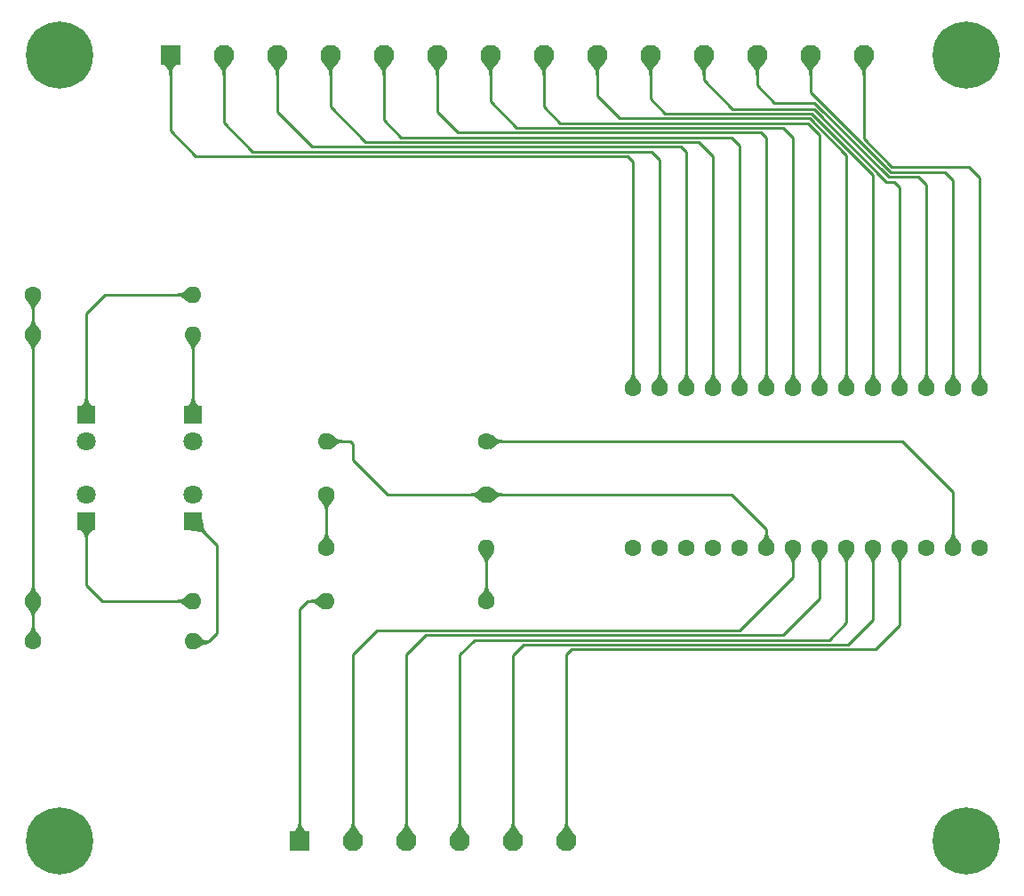
<source format=gtl>
G04 #@! TF.GenerationSoftware,KiCad,Pcbnew,(6.0.7)*
G04 #@! TF.CreationDate,2023-02-16T08:52:03+02:00*
G04 #@! TF.ProjectId,teensy_motor_controller,7465656e-7379-45f6-9d6f-746f725f636f,rev?*
G04 #@! TF.SameCoordinates,Original*
G04 #@! TF.FileFunction,Copper,L1,Top*
G04 #@! TF.FilePolarity,Positive*
%FSLAX46Y46*%
G04 Gerber Fmt 4.6, Leading zero omitted, Abs format (unit mm)*
G04 Created by KiCad (PCBNEW (6.0.7)) date 2023-02-16 08:52:03*
%MOMM*%
%LPD*%
G01*
G04 APERTURE LIST*
G04 #@! TA.AperFunction,ComponentPad*
%ADD10C,1.600000*%
G04 #@! TD*
G04 #@! TA.AperFunction,ComponentPad*
%ADD11O,1.600000X1.600000*%
G04 #@! TD*
G04 #@! TA.AperFunction,ComponentPad*
%ADD12R,1.950000X1.950000*%
G04 #@! TD*
G04 #@! TA.AperFunction,ComponentPad*
%ADD13C,1.950000*%
G04 #@! TD*
G04 #@! TA.AperFunction,ComponentPad*
%ADD14R,1.800000X1.800000*%
G04 #@! TD*
G04 #@! TA.AperFunction,ComponentPad*
%ADD15C,1.800000*%
G04 #@! TD*
G04 #@! TA.AperFunction,ComponentPad*
%ADD16C,6.400000*%
G04 #@! TD*
G04 #@! TA.AperFunction,Conductor*
%ADD17C,0.250000*%
G04 #@! TD*
G04 APERTURE END LIST*
D10*
X144780000Y-109220000D03*
D11*
X129540000Y-109220000D03*
D10*
X101600000Y-113030000D03*
D11*
X116840000Y-113030000D03*
D10*
X101600000Y-83820000D03*
D11*
X116840000Y-83820000D03*
D10*
X144780000Y-93980000D03*
D11*
X129540000Y-93980000D03*
D12*
X127000000Y-132080000D03*
D13*
X132080000Y-132080000D03*
X137160000Y-132080000D03*
X142240000Y-132080000D03*
X147320000Y-132080000D03*
X152400000Y-132080000D03*
D10*
X101600000Y-109220000D03*
D11*
X116840000Y-109220000D03*
D14*
X106680000Y-101600000D03*
D15*
X106680000Y-99060000D03*
D10*
X101600000Y-80010000D03*
D11*
X116840000Y-80010000D03*
D14*
X106680000Y-91440000D03*
D15*
X106680000Y-93980000D03*
D12*
X114655000Y-57150000D03*
D13*
X119735000Y-57150000D03*
X124815000Y-57150000D03*
X129895000Y-57150000D03*
X134975000Y-57150000D03*
X140055000Y-57150000D03*
X145135000Y-57150000D03*
X150215000Y-57150000D03*
X155295000Y-57150000D03*
X160375000Y-57150000D03*
X165455000Y-57150000D03*
X170535000Y-57150000D03*
X175615000Y-57150000D03*
X180695000Y-57150000D03*
D10*
X129540000Y-104140000D03*
D11*
X144780000Y-104140000D03*
D16*
X190500000Y-132080000D03*
D14*
X116840000Y-91440000D03*
D15*
X116840000Y-93980000D03*
D14*
X116840000Y-101600000D03*
D15*
X116840000Y-99060000D03*
D10*
X189230000Y-88900000D03*
X186690000Y-88900000D03*
X184150000Y-88900000D03*
X181610000Y-88900000D03*
X186690000Y-104140000D03*
X179070000Y-88900000D03*
X176530000Y-88900000D03*
X173990000Y-88900000D03*
X171450000Y-88900000D03*
X168910000Y-88900000D03*
X166370000Y-88900000D03*
X163830000Y-88900000D03*
X161290000Y-88900000D03*
X158750000Y-88900000D03*
X158750000Y-104140000D03*
X161290000Y-104140000D03*
X163830000Y-104140000D03*
X166370000Y-104140000D03*
X168910000Y-104140000D03*
X171450000Y-104140000D03*
X173990000Y-104140000D03*
X176530000Y-104140000D03*
X179070000Y-104140000D03*
X181610000Y-104140000D03*
X184150000Y-104140000D03*
X191770000Y-88900000D03*
X189230000Y-104140000D03*
X191770000Y-104140000D03*
D16*
X104140000Y-132089057D03*
D10*
X129540000Y-99060000D03*
D11*
X144780000Y-99060000D03*
D16*
X190500000Y-57150000D03*
X104140000Y-57150000D03*
D17*
X119126000Y-103886000D02*
X116840000Y-101600000D01*
X116840000Y-113030000D02*
X118364000Y-113030000D01*
X118364000Y-113030000D02*
X119126000Y-112268000D01*
X119126000Y-112268000D02*
X119126000Y-103886000D01*
X116840000Y-83820000D02*
X116840000Y-91440000D01*
X116840000Y-109220000D02*
X108204000Y-109220000D01*
X108204000Y-109220000D02*
X106680000Y-107696000D01*
X106680000Y-107696000D02*
X106680000Y-101600000D01*
X108458000Y-80010000D02*
X106680000Y-81788000D01*
X116840000Y-80010000D02*
X108458000Y-80010000D01*
X106680000Y-81788000D02*
X106680000Y-91440000D01*
X158242000Y-66795594D02*
X117087594Y-66795594D01*
X158750000Y-67303594D02*
X158242000Y-66795594D01*
X158750000Y-88900000D02*
X158750000Y-67303594D01*
X117087594Y-66795594D02*
X114655000Y-64363000D01*
X114655000Y-64363000D02*
X114655000Y-57150000D01*
X161290000Y-88900000D02*
X161290000Y-67107594D01*
X119735000Y-63601000D02*
X119735000Y-57150000D01*
X122479594Y-66345594D02*
X119735000Y-63601000D01*
X160528000Y-66345594D02*
X122479594Y-66345594D01*
X161290000Y-67107594D02*
X160528000Y-66345594D01*
X163830000Y-88900000D02*
X163830000Y-66403594D01*
X163322000Y-65895594D02*
X128125594Y-65895594D01*
X128125594Y-65895594D02*
X124815000Y-62585000D01*
X124815000Y-62585000D02*
X124815000Y-57150000D01*
X163830000Y-66403594D02*
X163322000Y-65895594D01*
X166370000Y-66802000D02*
X165013594Y-65445594D01*
X133263594Y-65445594D02*
X129895000Y-62077000D01*
X165013594Y-65445594D02*
X133263594Y-65445594D01*
X129895000Y-62077000D02*
X129895000Y-57150000D01*
X166370000Y-88900000D02*
X166370000Y-66802000D01*
X136623594Y-64995594D02*
X134975000Y-63347000D01*
X134975000Y-63347000D02*
X134975000Y-57150000D01*
X168910000Y-65757594D02*
X168148000Y-64995594D01*
X168148000Y-64995594D02*
X136623594Y-64995594D01*
X168910000Y-88900000D02*
X168910000Y-65757594D01*
X171450000Y-88900000D02*
X171450000Y-65053594D01*
X142015594Y-64545594D02*
X140055000Y-62585000D01*
X170942000Y-64545594D02*
X142015594Y-64545594D01*
X171450000Y-65053594D02*
X170942000Y-64545594D01*
X140055000Y-62585000D02*
X140055000Y-57150000D01*
X145135000Y-61569000D02*
X147661594Y-64095594D01*
X173061594Y-64095594D02*
X173990000Y-65024000D01*
X147661594Y-64095594D02*
X173061594Y-64095594D01*
X145135000Y-57150000D02*
X145135000Y-61569000D01*
X173990000Y-65024000D02*
X173990000Y-88900000D01*
X176530000Y-64778376D02*
X175397218Y-63645594D01*
X175397218Y-63645594D02*
X151783594Y-63645594D01*
X150215000Y-62077000D02*
X150215000Y-57150000D01*
X151783594Y-63645594D02*
X150215000Y-62077000D01*
X176530000Y-88900000D02*
X176530000Y-64778376D01*
X179070000Y-66681980D02*
X175583614Y-63195594D01*
X155295000Y-61061000D02*
X155295000Y-57150000D01*
X179070000Y-88900000D02*
X179070000Y-66681980D01*
X175583614Y-63195594D02*
X157429594Y-63195594D01*
X157429594Y-63195594D02*
X155295000Y-61061000D01*
X181610000Y-88900000D02*
X181610000Y-68585584D01*
X175770010Y-62745594D02*
X161805594Y-62745594D01*
X160375000Y-61315000D02*
X160375000Y-57150000D01*
X161805594Y-62745594D02*
X160375000Y-61315000D01*
X181610000Y-68585584D02*
X175770010Y-62745594D01*
X182886812Y-69226000D02*
X175956406Y-62295594D01*
X184150000Y-88900000D02*
X184150000Y-69734000D01*
X184150000Y-69734000D02*
X183642000Y-69226000D01*
X168213594Y-62295594D02*
X165455000Y-59537000D01*
X175956406Y-62295594D02*
X168213594Y-62295594D01*
X165455000Y-59537000D02*
X165455000Y-57150000D01*
X183642000Y-69226000D02*
X182886812Y-69226000D01*
X183073208Y-68776000D02*
X176019208Y-61722000D01*
X170535000Y-60045000D02*
X170535000Y-57150000D01*
X176019208Y-61722000D02*
X172212000Y-61722000D01*
X186690000Y-69538000D02*
X185928000Y-68776000D01*
X185928000Y-68776000D02*
X183073208Y-68776000D01*
X186690000Y-88900000D02*
X186690000Y-69538000D01*
X172212000Y-61722000D02*
X170535000Y-60045000D01*
X175615000Y-60681396D02*
X175615000Y-57150000D01*
X189230000Y-88900000D02*
X189230000Y-69088000D01*
X189230000Y-69088000D02*
X188468000Y-68326000D01*
X188468000Y-68326000D02*
X183259604Y-68326000D01*
X183259604Y-68326000D02*
X175615000Y-60681396D01*
X101600000Y-83820000D02*
X101600000Y-80010000D01*
X180695000Y-65125000D02*
X183388000Y-67818000D01*
X180695000Y-57150000D02*
X180695000Y-65125000D01*
X190754000Y-67818000D02*
X191770000Y-68834000D01*
X101600000Y-113030000D02*
X101600000Y-109220000D01*
X191770000Y-68834000D02*
X191770000Y-88900000D01*
X101600000Y-109220000D02*
X101600000Y-83820000D01*
X183388000Y-67818000D02*
X190754000Y-67818000D01*
X127000000Y-109982000D02*
X127762000Y-109220000D01*
X127762000Y-109220000D02*
X129540000Y-109220000D01*
X127000000Y-132080000D02*
X127000000Y-109982000D01*
X132080000Y-114300000D02*
X134366000Y-112014000D01*
X168910000Y-112014000D02*
X173990000Y-106934000D01*
X173990000Y-106934000D02*
X173990000Y-104140000D01*
X132080000Y-132080000D02*
X132080000Y-114300000D01*
X134366000Y-112014000D02*
X168910000Y-112014000D01*
X176530000Y-108966000D02*
X176530000Y-104140000D01*
X137160000Y-114300000D02*
X138996000Y-112464000D01*
X138996000Y-112464000D02*
X173032000Y-112464000D01*
X173032000Y-112464000D02*
X176530000Y-108966000D01*
X137160000Y-132080000D02*
X137160000Y-114300000D01*
X142240000Y-114300000D02*
X142240000Y-132080000D01*
X179070000Y-104140000D02*
X179070000Y-111252000D01*
X143626000Y-112914000D02*
X142240000Y-114300000D01*
X179070000Y-111252000D02*
X177408000Y-112914000D01*
X177408000Y-112914000D02*
X143626000Y-112914000D01*
X181610000Y-110998000D02*
X181610000Y-104140000D01*
X148336000Y-113364000D02*
X179244000Y-113364000D01*
X179244000Y-113364000D02*
X181610000Y-110998000D01*
X147320000Y-114380000D02*
X148336000Y-113364000D01*
X147320000Y-132080000D02*
X147320000Y-114380000D01*
X152886000Y-113814000D02*
X152400000Y-114300000D01*
X181842000Y-113814000D02*
X152886000Y-113814000D01*
X152400000Y-114300000D02*
X152400000Y-132080000D01*
X184150000Y-111506000D02*
X181842000Y-113814000D01*
X184150000Y-104140000D02*
X184150000Y-111506000D01*
X129540000Y-104140000D02*
X129540000Y-99060000D01*
X131826000Y-93980000D02*
X129540000Y-93980000D01*
X144780000Y-99060000D02*
X168148000Y-99060000D01*
X132080000Y-95758000D02*
X132080000Y-94234000D01*
X135382000Y-99060000D02*
X132080000Y-95758000D01*
X168148000Y-99060000D02*
X171450000Y-102362000D01*
X132080000Y-94234000D02*
X131826000Y-93980000D01*
X144780000Y-99060000D02*
X135382000Y-99060000D01*
X171450000Y-102362000D02*
X171450000Y-104140000D01*
X144780000Y-109220000D02*
X144780000Y-104140000D01*
X144780000Y-93980000D02*
X184404000Y-93980000D01*
X184404000Y-93980000D02*
X189230000Y-98806000D01*
X189230000Y-98806000D02*
X189230000Y-104140000D01*
G04 #@! TA.AperFunction,Conductor*
G36*
X134983433Y-56671269D02*
G01*
X135846546Y-57568801D01*
X135849811Y-57577140D01*
X135848377Y-57582527D01*
X135752176Y-57758357D01*
X135751593Y-57759311D01*
X135648822Y-57910762D01*
X135648311Y-57911459D01*
X135545770Y-58040850D01*
X135545507Y-58041170D01*
X135446248Y-58157696D01*
X135353531Y-58270364D01*
X135270632Y-58388202D01*
X135200689Y-58520398D01*
X135146844Y-58676138D01*
X135112234Y-58864609D01*
X135112214Y-58864986D01*
X135100588Y-59083920D01*
X135096727Y-59092000D01*
X135088904Y-59095000D01*
X134861096Y-59095000D01*
X134852823Y-59091573D01*
X134849412Y-59083920D01*
X134837785Y-58864986D01*
X134837765Y-58864609D01*
X134803155Y-58676138D01*
X134749310Y-58520398D01*
X134679367Y-58388202D01*
X134596468Y-58270364D01*
X134503751Y-58157696D01*
X134404492Y-58041170D01*
X134404229Y-58040850D01*
X134301688Y-57911459D01*
X134301177Y-57910762D01*
X134198406Y-57759311D01*
X134197823Y-57758357D01*
X134101623Y-57582527D01*
X134100658Y-57573624D01*
X134103454Y-57568801D01*
X134966567Y-56671269D01*
X134974771Y-56667681D01*
X134983433Y-56671269D01*
G37*
G04 #@! TD.AperFunction*
G04 #@! TA.AperFunction,Conductor*
G36*
X132202177Y-130138427D02*
G01*
X132205588Y-130146080D01*
X132217234Y-130365390D01*
X132251844Y-130553861D01*
X132305689Y-130709601D01*
X132375632Y-130841797D01*
X132458531Y-130959635D01*
X132551248Y-131072303D01*
X132650507Y-131188829D01*
X132650770Y-131189149D01*
X132753311Y-131318540D01*
X132753822Y-131319237D01*
X132856593Y-131470688D01*
X132857176Y-131471642D01*
X132953377Y-131647473D01*
X132954342Y-131656376D01*
X132951546Y-131661199D01*
X132088433Y-132558731D01*
X132080229Y-132562319D01*
X132071567Y-132558731D01*
X131208454Y-131661199D01*
X131205189Y-131652860D01*
X131206623Y-131647473D01*
X131302823Y-131471642D01*
X131303406Y-131470688D01*
X131406177Y-131319237D01*
X131406688Y-131318540D01*
X131509229Y-131189149D01*
X131509492Y-131188829D01*
X131608751Y-131072303D01*
X131701468Y-130959635D01*
X131784367Y-130841797D01*
X131854310Y-130709601D01*
X131908155Y-130553861D01*
X131942765Y-130365390D01*
X131954412Y-130146080D01*
X131958273Y-130138000D01*
X131966096Y-130135000D01*
X132193904Y-130135000D01*
X132202177Y-130138427D01*
G37*
G04 #@! TD.AperFunction*
G04 #@! TA.AperFunction,Conductor*
G36*
X170543433Y-56671269D02*
G01*
X171406546Y-57568801D01*
X171409811Y-57577140D01*
X171408377Y-57582527D01*
X171312176Y-57758357D01*
X171311593Y-57759311D01*
X171208822Y-57910762D01*
X171208311Y-57911459D01*
X171105770Y-58040850D01*
X171105507Y-58041170D01*
X171006248Y-58157696D01*
X170913531Y-58270364D01*
X170830632Y-58388202D01*
X170760689Y-58520398D01*
X170706844Y-58676138D01*
X170672234Y-58864609D01*
X170672214Y-58864986D01*
X170660588Y-59083920D01*
X170656727Y-59092000D01*
X170648904Y-59095000D01*
X170421096Y-59095000D01*
X170412823Y-59091573D01*
X170409412Y-59083920D01*
X170397785Y-58864986D01*
X170397765Y-58864609D01*
X170363155Y-58676138D01*
X170309310Y-58520398D01*
X170239367Y-58388202D01*
X170156468Y-58270364D01*
X170063751Y-58157696D01*
X169964492Y-58041170D01*
X169964229Y-58040850D01*
X169861688Y-57911459D01*
X169861177Y-57910762D01*
X169758406Y-57759311D01*
X169757823Y-57758357D01*
X169661623Y-57582527D01*
X169660658Y-57573624D01*
X169663454Y-57568801D01*
X170526567Y-56671269D01*
X170534771Y-56667681D01*
X170543433Y-56671269D01*
G37*
G04 #@! TD.AperFunction*
G04 #@! TA.AperFunction,Conductor*
G36*
X129197462Y-108505937D02*
G01*
X129446077Y-108745018D01*
X129810016Y-109095000D01*
X129931231Y-109211567D01*
X129934819Y-109219771D01*
X129931231Y-109228433D01*
X129772144Y-109381419D01*
X129197462Y-109934063D01*
X129189123Y-109937328D01*
X129183764Y-109935909D01*
X129042897Y-109859331D01*
X129041998Y-109858789D01*
X128918927Y-109776792D01*
X128918277Y-109776326D01*
X128812617Y-109694981D01*
X128812334Y-109694757D01*
X128716732Y-109616349D01*
X128716693Y-109616317D01*
X128623984Y-109543331D01*
X128623803Y-109543210D01*
X128623794Y-109543203D01*
X128582963Y-109515814D01*
X128527008Y-109478278D01*
X128486242Y-109457723D01*
X128418826Y-109423730D01*
X128418819Y-109423727D01*
X128418444Y-109423538D01*
X128290968Y-109381492D01*
X128137261Y-109354519D01*
X128136909Y-109354501D01*
X128136908Y-109354501D01*
X128117482Y-109353514D01*
X127961105Y-109345564D01*
X127953018Y-109341722D01*
X127950000Y-109333880D01*
X127950000Y-109106120D01*
X127953427Y-109097847D01*
X127961105Y-109094435D01*
X128115559Y-109086583D01*
X128136908Y-109085498D01*
X128136909Y-109085498D01*
X128137261Y-109085480D01*
X128290968Y-109058507D01*
X128418444Y-109016461D01*
X128418819Y-109016272D01*
X128418826Y-109016269D01*
X128486242Y-108982276D01*
X128527008Y-108961721D01*
X128582963Y-108924185D01*
X128623794Y-108896796D01*
X128623803Y-108896789D01*
X128623984Y-108896668D01*
X128716693Y-108823682D01*
X128812336Y-108745240D01*
X128812617Y-108745018D01*
X128918277Y-108663673D01*
X128918927Y-108663207D01*
X129041997Y-108581211D01*
X129042896Y-108580669D01*
X129183764Y-108504091D01*
X129192669Y-108503150D01*
X129197462Y-108505937D01*
G37*
G04 #@! TD.AperFunction*
G04 #@! TA.AperFunction,Conductor*
G36*
X184272153Y-87313427D02*
G01*
X184275564Y-87321105D01*
X184284519Y-87497261D01*
X184311492Y-87650968D01*
X184353538Y-87778444D01*
X184353727Y-87778819D01*
X184353730Y-87778826D01*
X184387723Y-87846242D01*
X184408278Y-87887008D01*
X184445814Y-87942963D01*
X184473203Y-87983794D01*
X184473210Y-87983803D01*
X184473331Y-87983984D01*
X184546317Y-88076693D01*
X184546349Y-88076732D01*
X184624757Y-88172334D01*
X184624981Y-88172617D01*
X184706326Y-88278277D01*
X184706792Y-88278927D01*
X184788789Y-88401998D01*
X184789331Y-88402897D01*
X184865909Y-88543764D01*
X184866850Y-88552669D01*
X184864063Y-88557462D01*
X184158433Y-89291231D01*
X184150229Y-89294819D01*
X184141567Y-89291231D01*
X183435937Y-88557462D01*
X183432672Y-88549123D01*
X183434091Y-88543764D01*
X183510669Y-88402896D01*
X183511211Y-88401997D01*
X183593207Y-88278927D01*
X183593673Y-88278277D01*
X183675018Y-88172617D01*
X183675242Y-88172334D01*
X183753650Y-88076732D01*
X183753682Y-88076693D01*
X183826668Y-87983984D01*
X183826789Y-87983803D01*
X183826796Y-87983794D01*
X183854185Y-87942963D01*
X183891721Y-87887008D01*
X183912276Y-87846242D01*
X183946269Y-87778826D01*
X183946272Y-87778819D01*
X183946461Y-87778444D01*
X183988507Y-87650968D01*
X184015480Y-87497261D01*
X184024435Y-87321105D01*
X184028278Y-87313017D01*
X184036120Y-87310000D01*
X184263880Y-87310000D01*
X184272153Y-87313427D01*
G37*
G04 #@! TD.AperFunction*
G04 #@! TA.AperFunction,Conductor*
G36*
X175623433Y-56671269D02*
G01*
X176486546Y-57568801D01*
X176489811Y-57577140D01*
X176488377Y-57582527D01*
X176392176Y-57758357D01*
X176391593Y-57759311D01*
X176288822Y-57910762D01*
X176288311Y-57911459D01*
X176185770Y-58040850D01*
X176185507Y-58041170D01*
X176086248Y-58157696D01*
X175993531Y-58270364D01*
X175910632Y-58388202D01*
X175840689Y-58520398D01*
X175786844Y-58676138D01*
X175752234Y-58864609D01*
X175752214Y-58864986D01*
X175740588Y-59083920D01*
X175736727Y-59092000D01*
X175728904Y-59095000D01*
X175501096Y-59095000D01*
X175492823Y-59091573D01*
X175489412Y-59083920D01*
X175477785Y-58864986D01*
X175477765Y-58864609D01*
X175443155Y-58676138D01*
X175389310Y-58520398D01*
X175319367Y-58388202D01*
X175236468Y-58270364D01*
X175143751Y-58157696D01*
X175044492Y-58041170D01*
X175044229Y-58040850D01*
X174941688Y-57911459D01*
X174941177Y-57910762D01*
X174838406Y-57759311D01*
X174837823Y-57758357D01*
X174741623Y-57582527D01*
X174740658Y-57573624D01*
X174743454Y-57568801D01*
X175606567Y-56671269D01*
X175614771Y-56667681D01*
X175623433Y-56671269D01*
G37*
G04 #@! TD.AperFunction*
G04 #@! TA.AperFunction,Conductor*
G36*
X144437462Y-98345937D02*
G01*
X144778321Y-98673725D01*
X144778322Y-98673725D01*
X145180000Y-99060000D01*
X144780000Y-99444661D01*
X144778408Y-99446192D01*
X144437462Y-99774063D01*
X144429123Y-99777328D01*
X144423764Y-99775909D01*
X144282897Y-99699331D01*
X144281998Y-99698789D01*
X144158927Y-99616792D01*
X144158277Y-99616326D01*
X144052617Y-99534981D01*
X144052334Y-99534757D01*
X143956732Y-99456349D01*
X143956693Y-99456317D01*
X143863984Y-99383331D01*
X143863803Y-99383210D01*
X143863794Y-99383203D01*
X143822963Y-99355814D01*
X143767008Y-99318278D01*
X143726242Y-99297723D01*
X143658826Y-99263730D01*
X143658819Y-99263727D01*
X143658444Y-99263538D01*
X143530968Y-99221492D01*
X143377261Y-99194519D01*
X143376909Y-99194501D01*
X143376908Y-99194501D01*
X143357482Y-99193514D01*
X143201105Y-99185564D01*
X143193018Y-99181722D01*
X143190000Y-99173880D01*
X143190000Y-98946120D01*
X143193427Y-98937847D01*
X143201105Y-98934435D01*
X143355559Y-98926583D01*
X143376908Y-98925498D01*
X143376909Y-98925498D01*
X143377261Y-98925480D01*
X143530968Y-98898507D01*
X143658444Y-98856461D01*
X143658819Y-98856272D01*
X143658826Y-98856269D01*
X143726242Y-98822276D01*
X143767008Y-98801721D01*
X143822963Y-98764185D01*
X143863794Y-98736796D01*
X143863803Y-98736789D01*
X143863984Y-98736668D01*
X143956693Y-98663682D01*
X144052336Y-98585240D01*
X144052617Y-98585018D01*
X144158277Y-98503673D01*
X144158927Y-98503207D01*
X144281997Y-98421211D01*
X144282896Y-98420669D01*
X144423764Y-98344091D01*
X144432669Y-98343150D01*
X144437462Y-98345937D01*
G37*
G04 #@! TD.AperFunction*
G04 #@! TA.AperFunction,Conductor*
G36*
X117196425Y-112314752D02*
G01*
X117330893Y-112397586D01*
X117332404Y-112398693D01*
X117458273Y-112507454D01*
X117459109Y-112508253D01*
X117573146Y-112628407D01*
X117573472Y-112628764D01*
X117679131Y-112749730D01*
X117779704Y-112860584D01*
X117878623Y-112950506D01*
X117979468Y-113008846D01*
X118085819Y-113024953D01*
X118087099Y-113024545D01*
X118087101Y-113024545D01*
X118200261Y-112988495D01*
X118201253Y-112988179D01*
X118321195Y-112894260D01*
X118329819Y-112891858D01*
X118336679Y-112895199D01*
X118497275Y-113055795D01*
X118500702Y-113064068D01*
X118496696Y-113072882D01*
X118381297Y-113173620D01*
X118379869Y-113174687D01*
X118263124Y-113248716D01*
X118261506Y-113249572D01*
X118150608Y-113297582D01*
X118149151Y-113298102D01*
X118042269Y-113328398D01*
X118041353Y-113328618D01*
X117936755Y-113349356D01*
X117936624Y-113349381D01*
X117833306Y-113368637D01*
X117833300Y-113368638D01*
X117833130Y-113368670D01*
X117758519Y-113387438D01*
X117730029Y-113394604D01*
X117730026Y-113394605D01*
X117729664Y-113394696D01*
X117729313Y-113394834D01*
X117729308Y-113394835D01*
X117625342Y-113435523D01*
X117624885Y-113435702D01*
X117624469Y-113435950D01*
X117624466Y-113435952D01*
X117517792Y-113499692D01*
X117517367Y-113499946D01*
X117412017Y-113590257D01*
X117403505Y-113593040D01*
X117398488Y-113591469D01*
X116453338Y-113037813D01*
X116447932Y-113030675D01*
X116449157Y-113021804D01*
X116451142Y-113019285D01*
X116461827Y-113009010D01*
X117182180Y-112316281D01*
X117190518Y-112313016D01*
X117196425Y-112314752D01*
G37*
G04 #@! TD.AperFunction*
G04 #@! TA.AperFunction,Conductor*
G36*
X171572153Y-102553427D02*
G01*
X171575564Y-102561105D01*
X171584519Y-102737261D01*
X171611492Y-102890968D01*
X171653538Y-103018444D01*
X171653727Y-103018819D01*
X171653730Y-103018826D01*
X171687723Y-103086242D01*
X171708278Y-103127008D01*
X171745814Y-103182963D01*
X171773203Y-103223794D01*
X171773210Y-103223803D01*
X171773331Y-103223984D01*
X171846317Y-103316693D01*
X171846349Y-103316732D01*
X171924757Y-103412334D01*
X171924981Y-103412617D01*
X172006326Y-103518277D01*
X172006792Y-103518927D01*
X172088789Y-103641998D01*
X172089331Y-103642897D01*
X172165909Y-103783764D01*
X172166850Y-103792669D01*
X172164063Y-103797462D01*
X171458433Y-104531231D01*
X171450229Y-104534819D01*
X171441567Y-104531231D01*
X170735937Y-103797462D01*
X170732672Y-103789123D01*
X170734091Y-103783764D01*
X170810669Y-103642896D01*
X170811211Y-103641997D01*
X170893207Y-103518927D01*
X170893673Y-103518277D01*
X170975018Y-103412617D01*
X170975242Y-103412334D01*
X171053650Y-103316732D01*
X171053682Y-103316693D01*
X171126668Y-103223984D01*
X171126789Y-103223803D01*
X171126796Y-103223794D01*
X171154185Y-103182963D01*
X171191721Y-103127008D01*
X171212276Y-103086242D01*
X171246269Y-103018826D01*
X171246272Y-103018819D01*
X171246461Y-103018444D01*
X171288507Y-102890968D01*
X171315480Y-102737261D01*
X171324435Y-102561105D01*
X171328278Y-102553017D01*
X171336120Y-102550000D01*
X171563880Y-102550000D01*
X171572153Y-102553427D01*
G37*
G04 #@! TD.AperFunction*
G04 #@! TA.AperFunction,Conductor*
G36*
X137282177Y-130138427D02*
G01*
X137285588Y-130146080D01*
X137297234Y-130365390D01*
X137331844Y-130553861D01*
X137385689Y-130709601D01*
X137455632Y-130841797D01*
X137538531Y-130959635D01*
X137631248Y-131072303D01*
X137730507Y-131188829D01*
X137730770Y-131189149D01*
X137833311Y-131318540D01*
X137833822Y-131319237D01*
X137936593Y-131470688D01*
X137937176Y-131471642D01*
X138033377Y-131647473D01*
X138034342Y-131656376D01*
X138031546Y-131661199D01*
X137168433Y-132558731D01*
X137160229Y-132562319D01*
X137151567Y-132558731D01*
X136288454Y-131661199D01*
X136285189Y-131652860D01*
X136286623Y-131647473D01*
X136382823Y-131471642D01*
X136383406Y-131470688D01*
X136486177Y-131319237D01*
X136486688Y-131318540D01*
X136589229Y-131189149D01*
X136589492Y-131188829D01*
X136688751Y-131072303D01*
X136781468Y-130959635D01*
X136864367Y-130841797D01*
X136934310Y-130709601D01*
X136988155Y-130553861D01*
X137022765Y-130365390D01*
X137034412Y-130146080D01*
X137038273Y-130138000D01*
X137046096Y-130135000D01*
X137273904Y-130135000D01*
X137282177Y-130138427D01*
G37*
G04 #@! TD.AperFunction*
G04 #@! TA.AperFunction,Conductor*
G36*
X101986192Y-109221592D02*
G01*
X102314063Y-109562538D01*
X102317328Y-109570877D01*
X102315909Y-109576236D01*
X102239331Y-109717102D01*
X102238789Y-109718001D01*
X102156792Y-109841072D01*
X102156326Y-109841722D01*
X102074981Y-109947382D01*
X102074759Y-109947663D01*
X101996317Y-110043306D01*
X101923331Y-110136015D01*
X101923210Y-110136196D01*
X101923203Y-110136205D01*
X101895814Y-110177036D01*
X101858278Y-110232991D01*
X101858115Y-110233315D01*
X101803730Y-110341173D01*
X101803727Y-110341180D01*
X101803538Y-110341555D01*
X101761492Y-110469031D01*
X101734519Y-110622738D01*
X101734501Y-110623090D01*
X101734501Y-110623091D01*
X101725565Y-110798894D01*
X101721723Y-110806982D01*
X101713880Y-110810000D01*
X101486120Y-110810000D01*
X101477847Y-110806573D01*
X101474435Y-110798894D01*
X101465498Y-110623091D01*
X101465498Y-110623090D01*
X101465480Y-110622738D01*
X101438507Y-110469031D01*
X101396461Y-110341555D01*
X101396272Y-110341180D01*
X101396269Y-110341173D01*
X101341884Y-110233315D01*
X101341721Y-110232991D01*
X101304185Y-110177036D01*
X101276796Y-110136205D01*
X101276789Y-110136196D01*
X101276668Y-110136015D01*
X101203682Y-110043306D01*
X101125240Y-109947663D01*
X101125018Y-109947382D01*
X101043673Y-109841722D01*
X101043207Y-109841072D01*
X101027363Y-109817291D01*
X100961202Y-109717989D01*
X100960676Y-109717116D01*
X100884091Y-109576236D01*
X100883150Y-109567331D01*
X100885937Y-109562538D01*
X101213725Y-109221679D01*
X101213725Y-109221678D01*
X101600000Y-108820000D01*
X101986192Y-109221592D01*
G37*
G04 #@! TD.AperFunction*
G04 #@! TA.AperFunction,Conductor*
G36*
X124823433Y-56671269D02*
G01*
X125686546Y-57568801D01*
X125689811Y-57577140D01*
X125688377Y-57582527D01*
X125592176Y-57758357D01*
X125591593Y-57759311D01*
X125488822Y-57910762D01*
X125488311Y-57911459D01*
X125385770Y-58040850D01*
X125385507Y-58041170D01*
X125286248Y-58157696D01*
X125193531Y-58270364D01*
X125110632Y-58388202D01*
X125040689Y-58520398D01*
X124986844Y-58676138D01*
X124952234Y-58864609D01*
X124952214Y-58864986D01*
X124940588Y-59083920D01*
X124936727Y-59092000D01*
X124928904Y-59095000D01*
X124701096Y-59095000D01*
X124692823Y-59091573D01*
X124689412Y-59083920D01*
X124677785Y-58864986D01*
X124677765Y-58864609D01*
X124643155Y-58676138D01*
X124589310Y-58520398D01*
X124519367Y-58388202D01*
X124436468Y-58270364D01*
X124343751Y-58157696D01*
X124244492Y-58041170D01*
X124244229Y-58040850D01*
X124141688Y-57911459D01*
X124141177Y-57910762D01*
X124038406Y-57759311D01*
X124037823Y-57758357D01*
X123941623Y-57582527D01*
X123940658Y-57573624D01*
X123943454Y-57568801D01*
X124806567Y-56671269D01*
X124814771Y-56667681D01*
X124823433Y-56671269D01*
G37*
G04 #@! TD.AperFunction*
G04 #@! TA.AperFunction,Conductor*
G36*
X129662153Y-102553427D02*
G01*
X129665564Y-102561105D01*
X129674519Y-102737261D01*
X129701492Y-102890968D01*
X129743538Y-103018444D01*
X129743727Y-103018819D01*
X129743730Y-103018826D01*
X129777723Y-103086242D01*
X129798278Y-103127008D01*
X129835814Y-103182963D01*
X129863203Y-103223794D01*
X129863210Y-103223803D01*
X129863331Y-103223984D01*
X129936317Y-103316693D01*
X129936349Y-103316732D01*
X130014757Y-103412334D01*
X130014981Y-103412617D01*
X130096326Y-103518277D01*
X130096792Y-103518927D01*
X130178789Y-103641998D01*
X130179331Y-103642897D01*
X130255909Y-103783764D01*
X130256850Y-103792669D01*
X130254063Y-103797462D01*
X129548433Y-104531231D01*
X129540229Y-104534819D01*
X129531567Y-104531231D01*
X128825937Y-103797462D01*
X128822672Y-103789123D01*
X128824091Y-103783764D01*
X128900669Y-103642896D01*
X128901211Y-103641997D01*
X128983207Y-103518927D01*
X128983673Y-103518277D01*
X129065018Y-103412617D01*
X129065242Y-103412334D01*
X129143650Y-103316732D01*
X129143682Y-103316693D01*
X129216668Y-103223984D01*
X129216789Y-103223803D01*
X129216796Y-103223794D01*
X129244185Y-103182963D01*
X129281721Y-103127008D01*
X129302276Y-103086242D01*
X129336269Y-103018826D01*
X129336272Y-103018819D01*
X129336461Y-103018444D01*
X129378507Y-102890968D01*
X129405480Y-102737261D01*
X129414435Y-102561105D01*
X129418278Y-102553017D01*
X129426120Y-102550000D01*
X129653880Y-102550000D01*
X129662153Y-102553427D01*
G37*
G04 #@! TD.AperFunction*
G04 #@! TA.AperFunction,Conductor*
G36*
X161412153Y-87313427D02*
G01*
X161415564Y-87321105D01*
X161424519Y-87497261D01*
X161451492Y-87650968D01*
X161493538Y-87778444D01*
X161493727Y-87778819D01*
X161493730Y-87778826D01*
X161527723Y-87846242D01*
X161548278Y-87887008D01*
X161585814Y-87942963D01*
X161613203Y-87983794D01*
X161613210Y-87983803D01*
X161613331Y-87983984D01*
X161686317Y-88076693D01*
X161686349Y-88076732D01*
X161764757Y-88172334D01*
X161764981Y-88172617D01*
X161846326Y-88278277D01*
X161846792Y-88278927D01*
X161928789Y-88401998D01*
X161929331Y-88402897D01*
X162005909Y-88543764D01*
X162006850Y-88552669D01*
X162004063Y-88557462D01*
X161298433Y-89291231D01*
X161290229Y-89294819D01*
X161281567Y-89291231D01*
X160575937Y-88557462D01*
X160572672Y-88549123D01*
X160574091Y-88543764D01*
X160650669Y-88402896D01*
X160651211Y-88401997D01*
X160733207Y-88278927D01*
X160733673Y-88278277D01*
X160815018Y-88172617D01*
X160815242Y-88172334D01*
X160893650Y-88076732D01*
X160893682Y-88076693D01*
X160966668Y-87983984D01*
X160966789Y-87983803D01*
X160966796Y-87983794D01*
X160994185Y-87942963D01*
X161031721Y-87887008D01*
X161052276Y-87846242D01*
X161086269Y-87778826D01*
X161086272Y-87778819D01*
X161086461Y-87778444D01*
X161128507Y-87650968D01*
X161155480Y-87497261D01*
X161164435Y-87321105D01*
X161168278Y-87313017D01*
X161176120Y-87310000D01*
X161403880Y-87310000D01*
X161412153Y-87313427D01*
G37*
G04 #@! TD.AperFunction*
G04 #@! TA.AperFunction,Conductor*
G36*
X114663433Y-56671269D02*
G01*
X115526546Y-57568801D01*
X115529811Y-57577140D01*
X115528377Y-57582527D01*
X115432176Y-57758357D01*
X115431593Y-57759311D01*
X115328822Y-57910762D01*
X115328311Y-57911459D01*
X115225770Y-58040850D01*
X115225507Y-58041170D01*
X115126248Y-58157696D01*
X115033531Y-58270364D01*
X114950632Y-58388202D01*
X114880689Y-58520398D01*
X114826844Y-58676138D01*
X114792234Y-58864609D01*
X114792214Y-58864986D01*
X114780588Y-59083920D01*
X114776727Y-59092000D01*
X114768904Y-59095000D01*
X114541096Y-59095000D01*
X114532823Y-59091573D01*
X114529412Y-59083920D01*
X114517785Y-58864986D01*
X114517765Y-58864609D01*
X114483155Y-58676138D01*
X114429310Y-58520398D01*
X114359367Y-58388202D01*
X114276468Y-58270364D01*
X114183751Y-58157696D01*
X114084492Y-58041170D01*
X114084229Y-58040850D01*
X113981688Y-57911459D01*
X113981177Y-57910762D01*
X113878406Y-57759311D01*
X113877823Y-57758357D01*
X113781623Y-57582527D01*
X113780658Y-57573624D01*
X113783454Y-57568801D01*
X114646567Y-56671269D01*
X114654771Y-56667681D01*
X114663433Y-56671269D01*
G37*
G04 #@! TD.AperFunction*
G04 #@! TA.AperFunction,Conductor*
G36*
X179078433Y-103748769D02*
G01*
X179784063Y-104482538D01*
X179787328Y-104490877D01*
X179785909Y-104496236D01*
X179709331Y-104637102D01*
X179708789Y-104638001D01*
X179626792Y-104761072D01*
X179626326Y-104761722D01*
X179544981Y-104867382D01*
X179544759Y-104867663D01*
X179466317Y-104963306D01*
X179393331Y-105056015D01*
X179393210Y-105056196D01*
X179393203Y-105056205D01*
X179365814Y-105097036D01*
X179328278Y-105152991D01*
X179328115Y-105153315D01*
X179273730Y-105261173D01*
X179273727Y-105261180D01*
X179273538Y-105261555D01*
X179231492Y-105389031D01*
X179204519Y-105542738D01*
X179204501Y-105543090D01*
X179204501Y-105543091D01*
X179195565Y-105718894D01*
X179191723Y-105726982D01*
X179183880Y-105730000D01*
X178956120Y-105730000D01*
X178947847Y-105726573D01*
X178944435Y-105718894D01*
X178935498Y-105543091D01*
X178935498Y-105543090D01*
X178935480Y-105542738D01*
X178908507Y-105389031D01*
X178866461Y-105261555D01*
X178866272Y-105261180D01*
X178866269Y-105261173D01*
X178811884Y-105153315D01*
X178811721Y-105152991D01*
X178774185Y-105097036D01*
X178746796Y-105056205D01*
X178746789Y-105056196D01*
X178746668Y-105056015D01*
X178673682Y-104963306D01*
X178595240Y-104867663D01*
X178595018Y-104867382D01*
X178513673Y-104761722D01*
X178513207Y-104761072D01*
X178497363Y-104737291D01*
X178431202Y-104637989D01*
X178430676Y-104637116D01*
X178354091Y-104496236D01*
X178353150Y-104487331D01*
X178355937Y-104482538D01*
X179061567Y-103748769D01*
X179069771Y-103745181D01*
X179078433Y-103748769D01*
G37*
G04 #@! TD.AperFunction*
G04 #@! TA.AperFunction,Conductor*
G36*
X158872153Y-87313427D02*
G01*
X158875564Y-87321105D01*
X158884519Y-87497261D01*
X158911492Y-87650968D01*
X158953538Y-87778444D01*
X158953727Y-87778819D01*
X158953730Y-87778826D01*
X158987723Y-87846242D01*
X159008278Y-87887008D01*
X159045814Y-87942963D01*
X159073203Y-87983794D01*
X159073210Y-87983803D01*
X159073331Y-87983984D01*
X159146317Y-88076693D01*
X159146349Y-88076732D01*
X159224757Y-88172334D01*
X159224981Y-88172617D01*
X159306326Y-88278277D01*
X159306792Y-88278927D01*
X159388789Y-88401998D01*
X159389331Y-88402897D01*
X159465909Y-88543764D01*
X159466850Y-88552669D01*
X159464063Y-88557462D01*
X158758433Y-89291231D01*
X158750229Y-89294819D01*
X158741567Y-89291231D01*
X158035937Y-88557462D01*
X158032672Y-88549123D01*
X158034091Y-88543764D01*
X158110669Y-88402896D01*
X158111211Y-88401997D01*
X158193207Y-88278927D01*
X158193673Y-88278277D01*
X158275018Y-88172617D01*
X158275242Y-88172334D01*
X158353650Y-88076732D01*
X158353682Y-88076693D01*
X158426668Y-87983984D01*
X158426789Y-87983803D01*
X158426796Y-87983794D01*
X158454185Y-87942963D01*
X158491721Y-87887008D01*
X158512276Y-87846242D01*
X158546269Y-87778826D01*
X158546272Y-87778819D01*
X158546461Y-87778444D01*
X158588507Y-87650968D01*
X158615480Y-87497261D01*
X158624435Y-87321105D01*
X158628278Y-87313017D01*
X158636120Y-87310000D01*
X158863880Y-87310000D01*
X158872153Y-87313427D01*
G37*
G04 #@! TD.AperFunction*
G04 #@! TA.AperFunction,Conductor*
G36*
X106802170Y-89653427D02*
G01*
X106805581Y-89661088D01*
X106816084Y-89861538D01*
X106847455Y-90034781D01*
X106896289Y-90178108D01*
X106896496Y-90178504D01*
X106896498Y-90178510D01*
X106926903Y-90236848D01*
X106959765Y-90299901D01*
X107035059Y-90408537D01*
X107035188Y-90408696D01*
X107035194Y-90408704D01*
X107119348Y-90512399D01*
X107209701Y-90619738D01*
X107209919Y-90620006D01*
X107260148Y-90683964D01*
X107303358Y-90738986D01*
X107303855Y-90739668D01*
X107397652Y-90878682D01*
X107398222Y-90879619D01*
X107485888Y-91040169D01*
X107486845Y-91049072D01*
X107484053Y-91053884D01*
X106688433Y-91881231D01*
X106680229Y-91884819D01*
X106671567Y-91881231D01*
X105875947Y-91053885D01*
X105872683Y-91045547D01*
X105874112Y-91040169D01*
X105961777Y-90879619D01*
X105962347Y-90878682D01*
X106056144Y-90739668D01*
X106056641Y-90738986D01*
X106099851Y-90683964D01*
X106150080Y-90620006D01*
X106150298Y-90619738D01*
X106240651Y-90512399D01*
X106324805Y-90408704D01*
X106324811Y-90408696D01*
X106324940Y-90408537D01*
X106400234Y-90299901D01*
X106433096Y-90236848D01*
X106463501Y-90178510D01*
X106463503Y-90178504D01*
X106463710Y-90178108D01*
X106512544Y-90034781D01*
X106543915Y-89861538D01*
X106554419Y-89661088D01*
X106558274Y-89653005D01*
X106566103Y-89650000D01*
X106793897Y-89650000D01*
X106802170Y-89653427D01*
G37*
G04 #@! TD.AperFunction*
G04 #@! TA.AperFunction,Conductor*
G36*
X145143433Y-56671269D02*
G01*
X146006546Y-57568801D01*
X146009811Y-57577140D01*
X146008377Y-57582527D01*
X145912176Y-57758357D01*
X145911593Y-57759311D01*
X145808822Y-57910762D01*
X145808311Y-57911459D01*
X145705770Y-58040850D01*
X145705507Y-58041170D01*
X145606248Y-58157696D01*
X145513531Y-58270364D01*
X145430632Y-58388202D01*
X145360689Y-58520398D01*
X145306844Y-58676138D01*
X145272234Y-58864609D01*
X145272214Y-58864986D01*
X145260588Y-59083920D01*
X145256727Y-59092000D01*
X145248904Y-59095000D01*
X145021096Y-59095000D01*
X145012823Y-59091573D01*
X145009412Y-59083920D01*
X144997785Y-58864986D01*
X144997765Y-58864609D01*
X144963155Y-58676138D01*
X144909310Y-58520398D01*
X144839367Y-58388202D01*
X144756468Y-58270364D01*
X144663751Y-58157696D01*
X144564492Y-58041170D01*
X144564229Y-58040850D01*
X144461688Y-57911459D01*
X144461177Y-57910762D01*
X144358406Y-57759311D01*
X144357823Y-57758357D01*
X144261623Y-57582527D01*
X144260658Y-57573624D01*
X144263454Y-57568801D01*
X145126567Y-56671269D01*
X145134771Y-56667681D01*
X145143433Y-56671269D01*
G37*
G04 #@! TD.AperFunction*
G04 #@! TA.AperFunction,Conductor*
G36*
X145136237Y-93264091D02*
G01*
X145277116Y-93340676D01*
X145277989Y-93341202D01*
X145377291Y-93407363D01*
X145401072Y-93423207D01*
X145401722Y-93423673D01*
X145507382Y-93505018D01*
X145507663Y-93505240D01*
X145603306Y-93583682D01*
X145696015Y-93656668D01*
X145696196Y-93656789D01*
X145696205Y-93656796D01*
X145737036Y-93684185D01*
X145792991Y-93721721D01*
X145833757Y-93742276D01*
X145901173Y-93776269D01*
X145901180Y-93776272D01*
X145901555Y-93776461D01*
X146029031Y-93818507D01*
X146182738Y-93845480D01*
X146183090Y-93845498D01*
X146183091Y-93845498D01*
X146204330Y-93846578D01*
X146358895Y-93854435D01*
X146366983Y-93858278D01*
X146370000Y-93866120D01*
X146370000Y-94093880D01*
X146366573Y-94102153D01*
X146358895Y-94105564D01*
X146202432Y-94113518D01*
X146183091Y-94114501D01*
X146183090Y-94114501D01*
X146182738Y-94114519D01*
X146029031Y-94141492D01*
X145901555Y-94183538D01*
X145901180Y-94183727D01*
X145901173Y-94183730D01*
X145833757Y-94217723D01*
X145792991Y-94238278D01*
X145737036Y-94275814D01*
X145696205Y-94303203D01*
X145696196Y-94303210D01*
X145696015Y-94303331D01*
X145603306Y-94376317D01*
X145603267Y-94376349D01*
X145507665Y-94454757D01*
X145507382Y-94454981D01*
X145401722Y-94536326D01*
X145401072Y-94536792D01*
X145278001Y-94618789D01*
X145277102Y-94619331D01*
X145136236Y-94695909D01*
X145127331Y-94696850D01*
X145122538Y-94694063D01*
X144547856Y-94141419D01*
X144388769Y-93988433D01*
X144385181Y-93980229D01*
X144388769Y-93971567D01*
X144509985Y-93855000D01*
X144873923Y-93505018D01*
X145122538Y-93265937D01*
X145130877Y-93262672D01*
X145136237Y-93264091D01*
G37*
G04 #@! TD.AperFunction*
G04 #@! TA.AperFunction,Conductor*
G36*
X129903433Y-56671269D02*
G01*
X130766546Y-57568801D01*
X130769811Y-57577140D01*
X130768377Y-57582527D01*
X130672176Y-57758357D01*
X130671593Y-57759311D01*
X130568822Y-57910762D01*
X130568311Y-57911459D01*
X130465770Y-58040850D01*
X130465507Y-58041170D01*
X130366248Y-58157696D01*
X130273531Y-58270364D01*
X130190632Y-58388202D01*
X130120689Y-58520398D01*
X130066844Y-58676138D01*
X130032234Y-58864609D01*
X130032214Y-58864986D01*
X130020588Y-59083920D01*
X130016727Y-59092000D01*
X130008904Y-59095000D01*
X129781096Y-59095000D01*
X129772823Y-59091573D01*
X129769412Y-59083920D01*
X129757785Y-58864986D01*
X129757765Y-58864609D01*
X129723155Y-58676138D01*
X129669310Y-58520398D01*
X129599367Y-58388202D01*
X129516468Y-58270364D01*
X129423751Y-58157696D01*
X129324492Y-58041170D01*
X129324229Y-58040850D01*
X129221688Y-57911459D01*
X129221177Y-57910762D01*
X129118406Y-57759311D01*
X129117823Y-57758357D01*
X129021623Y-57582527D01*
X129020658Y-57573624D01*
X129023454Y-57568801D01*
X129886567Y-56671269D01*
X129894771Y-56667681D01*
X129903433Y-56671269D01*
G37*
G04 #@! TD.AperFunction*
G04 #@! TA.AperFunction,Conductor*
G36*
X189352153Y-87313427D02*
G01*
X189355564Y-87321105D01*
X189364519Y-87497261D01*
X189391492Y-87650968D01*
X189433538Y-87778444D01*
X189433727Y-87778819D01*
X189433730Y-87778826D01*
X189467723Y-87846242D01*
X189488278Y-87887008D01*
X189525814Y-87942963D01*
X189553203Y-87983794D01*
X189553210Y-87983803D01*
X189553331Y-87983984D01*
X189626317Y-88076693D01*
X189626349Y-88076732D01*
X189704757Y-88172334D01*
X189704981Y-88172617D01*
X189786326Y-88278277D01*
X189786792Y-88278927D01*
X189868789Y-88401998D01*
X189869331Y-88402897D01*
X189945909Y-88543764D01*
X189946850Y-88552669D01*
X189944063Y-88557462D01*
X189238433Y-89291231D01*
X189230229Y-89294819D01*
X189221567Y-89291231D01*
X188515937Y-88557462D01*
X188512672Y-88549123D01*
X188514091Y-88543764D01*
X188590669Y-88402896D01*
X188591211Y-88401997D01*
X188673207Y-88278927D01*
X188673673Y-88278277D01*
X188755018Y-88172617D01*
X188755242Y-88172334D01*
X188833650Y-88076732D01*
X188833682Y-88076693D01*
X188906668Y-87983984D01*
X188906789Y-87983803D01*
X188906796Y-87983794D01*
X188934185Y-87942963D01*
X188971721Y-87887008D01*
X188992276Y-87846242D01*
X189026269Y-87778826D01*
X189026272Y-87778819D01*
X189026461Y-87778444D01*
X189068507Y-87650968D01*
X189095480Y-87497261D01*
X189104435Y-87321105D01*
X189108278Y-87313017D01*
X189116120Y-87310000D01*
X189343880Y-87310000D01*
X189352153Y-87313427D01*
G37*
G04 #@! TD.AperFunction*
G04 #@! TA.AperFunction,Conductor*
G36*
X181618433Y-103748769D02*
G01*
X182324063Y-104482538D01*
X182327328Y-104490877D01*
X182325909Y-104496236D01*
X182249331Y-104637102D01*
X182248789Y-104638001D01*
X182166792Y-104761072D01*
X182166326Y-104761722D01*
X182084981Y-104867382D01*
X182084759Y-104867663D01*
X182006317Y-104963306D01*
X181933331Y-105056015D01*
X181933210Y-105056196D01*
X181933203Y-105056205D01*
X181905814Y-105097036D01*
X181868278Y-105152991D01*
X181868115Y-105153315D01*
X181813730Y-105261173D01*
X181813727Y-105261180D01*
X181813538Y-105261555D01*
X181771492Y-105389031D01*
X181744519Y-105542738D01*
X181744501Y-105543090D01*
X181744501Y-105543091D01*
X181735565Y-105718894D01*
X181731723Y-105726982D01*
X181723880Y-105730000D01*
X181496120Y-105730000D01*
X181487847Y-105726573D01*
X181484435Y-105718894D01*
X181475498Y-105543091D01*
X181475498Y-105543090D01*
X181475480Y-105542738D01*
X181448507Y-105389031D01*
X181406461Y-105261555D01*
X181406272Y-105261180D01*
X181406269Y-105261173D01*
X181351884Y-105153315D01*
X181351721Y-105152991D01*
X181314185Y-105097036D01*
X181286796Y-105056205D01*
X181286789Y-105056196D01*
X181286668Y-105056015D01*
X181213682Y-104963306D01*
X181135240Y-104867663D01*
X181135018Y-104867382D01*
X181053673Y-104761722D01*
X181053207Y-104761072D01*
X181037363Y-104737291D01*
X180971202Y-104637989D01*
X180970676Y-104637116D01*
X180894091Y-104496236D01*
X180893150Y-104487331D01*
X180895937Y-104482538D01*
X181601567Y-103748769D01*
X181609771Y-103745181D01*
X181618433Y-103748769D01*
G37*
G04 #@! TD.AperFunction*
G04 #@! TA.AperFunction,Conductor*
G36*
X160383433Y-56671269D02*
G01*
X161246546Y-57568801D01*
X161249811Y-57577140D01*
X161248377Y-57582527D01*
X161152176Y-57758357D01*
X161151593Y-57759311D01*
X161048822Y-57910762D01*
X161048311Y-57911459D01*
X160945770Y-58040850D01*
X160945507Y-58041170D01*
X160846248Y-58157696D01*
X160753531Y-58270364D01*
X160670632Y-58388202D01*
X160600689Y-58520398D01*
X160546844Y-58676138D01*
X160512234Y-58864609D01*
X160512214Y-58864986D01*
X160500588Y-59083920D01*
X160496727Y-59092000D01*
X160488904Y-59095000D01*
X160261096Y-59095000D01*
X160252823Y-59091573D01*
X160249412Y-59083920D01*
X160237785Y-58864986D01*
X160237765Y-58864609D01*
X160203155Y-58676138D01*
X160149310Y-58520398D01*
X160079367Y-58388202D01*
X159996468Y-58270364D01*
X159903751Y-58157696D01*
X159804492Y-58041170D01*
X159804229Y-58040850D01*
X159701688Y-57911459D01*
X159701177Y-57910762D01*
X159598406Y-57759311D01*
X159597823Y-57758357D01*
X159501623Y-57582527D01*
X159500658Y-57573624D01*
X159503454Y-57568801D01*
X160366567Y-56671269D01*
X160374771Y-56667681D01*
X160383433Y-56671269D01*
G37*
G04 #@! TD.AperFunction*
G04 #@! TA.AperFunction,Conductor*
G36*
X140063433Y-56671269D02*
G01*
X140926546Y-57568801D01*
X140929811Y-57577140D01*
X140928377Y-57582527D01*
X140832176Y-57758357D01*
X140831593Y-57759311D01*
X140728822Y-57910762D01*
X140728311Y-57911459D01*
X140625770Y-58040850D01*
X140625507Y-58041170D01*
X140526248Y-58157696D01*
X140433531Y-58270364D01*
X140350632Y-58388202D01*
X140280689Y-58520398D01*
X140226844Y-58676138D01*
X140192234Y-58864609D01*
X140192214Y-58864986D01*
X140180588Y-59083920D01*
X140176727Y-59092000D01*
X140168904Y-59095000D01*
X139941096Y-59095000D01*
X139932823Y-59091573D01*
X139929412Y-59083920D01*
X139917785Y-58864986D01*
X139917765Y-58864609D01*
X139883155Y-58676138D01*
X139829310Y-58520398D01*
X139759367Y-58388202D01*
X139676468Y-58270364D01*
X139583751Y-58157696D01*
X139484492Y-58041170D01*
X139484229Y-58040850D01*
X139381688Y-57911459D01*
X139381177Y-57910762D01*
X139278406Y-57759311D01*
X139277823Y-57758357D01*
X139181623Y-57582527D01*
X139180658Y-57573624D01*
X139183454Y-57568801D01*
X140046567Y-56671269D01*
X140054771Y-56667681D01*
X140063433Y-56671269D01*
G37*
G04 #@! TD.AperFunction*
G04 #@! TA.AperFunction,Conductor*
G36*
X116848433Y-83428769D02*
G01*
X117554063Y-84162538D01*
X117557328Y-84170877D01*
X117555909Y-84176236D01*
X117479331Y-84317102D01*
X117478789Y-84318001D01*
X117396792Y-84441072D01*
X117396326Y-84441722D01*
X117314981Y-84547382D01*
X117314759Y-84547663D01*
X117236317Y-84643306D01*
X117163331Y-84736015D01*
X117163210Y-84736196D01*
X117163203Y-84736205D01*
X117135814Y-84777036D01*
X117098278Y-84832991D01*
X117098115Y-84833315D01*
X117043730Y-84941173D01*
X117043727Y-84941180D01*
X117043538Y-84941555D01*
X117001492Y-85069031D01*
X116974519Y-85222738D01*
X116974501Y-85223090D01*
X116974501Y-85223091D01*
X116965565Y-85398894D01*
X116961723Y-85406982D01*
X116953880Y-85410000D01*
X116726120Y-85410000D01*
X116717847Y-85406573D01*
X116714435Y-85398894D01*
X116705498Y-85223091D01*
X116705498Y-85223090D01*
X116705480Y-85222738D01*
X116678507Y-85069031D01*
X116636461Y-84941555D01*
X116636272Y-84941180D01*
X116636269Y-84941173D01*
X116581884Y-84833315D01*
X116581721Y-84832991D01*
X116544185Y-84777036D01*
X116516796Y-84736205D01*
X116516789Y-84736196D01*
X116516668Y-84736015D01*
X116443682Y-84643306D01*
X116365240Y-84547663D01*
X116365018Y-84547382D01*
X116283673Y-84441722D01*
X116283207Y-84441072D01*
X116267363Y-84417291D01*
X116201202Y-84317989D01*
X116200676Y-84317116D01*
X116124091Y-84176236D01*
X116123150Y-84167331D01*
X116125937Y-84162538D01*
X116831567Y-83428769D01*
X116839771Y-83425181D01*
X116848433Y-83428769D01*
G37*
G04 #@! TD.AperFunction*
G04 #@! TA.AperFunction,Conductor*
G36*
X119743433Y-56671269D02*
G01*
X120606546Y-57568801D01*
X120609811Y-57577140D01*
X120608377Y-57582527D01*
X120512176Y-57758357D01*
X120511593Y-57759311D01*
X120408822Y-57910762D01*
X120408311Y-57911459D01*
X120305770Y-58040850D01*
X120305507Y-58041170D01*
X120206248Y-58157696D01*
X120113531Y-58270364D01*
X120030632Y-58388202D01*
X119960689Y-58520398D01*
X119906844Y-58676138D01*
X119872234Y-58864609D01*
X119872214Y-58864986D01*
X119860588Y-59083920D01*
X119856727Y-59092000D01*
X119848904Y-59095000D01*
X119621096Y-59095000D01*
X119612823Y-59091573D01*
X119609412Y-59083920D01*
X119597785Y-58864986D01*
X119597765Y-58864609D01*
X119563155Y-58676138D01*
X119509310Y-58520398D01*
X119439367Y-58388202D01*
X119356468Y-58270364D01*
X119263751Y-58157696D01*
X119164492Y-58041170D01*
X119164229Y-58040850D01*
X119061688Y-57911459D01*
X119061177Y-57910762D01*
X118958406Y-57759311D01*
X118957823Y-57758357D01*
X118861623Y-57582527D01*
X118860658Y-57573624D01*
X118863454Y-57568801D01*
X119726567Y-56671269D01*
X119734771Y-56667681D01*
X119743433Y-56671269D01*
G37*
G04 #@! TD.AperFunction*
G04 #@! TA.AperFunction,Conductor*
G36*
X189352153Y-102553427D02*
G01*
X189355564Y-102561105D01*
X189364519Y-102737261D01*
X189391492Y-102890968D01*
X189433538Y-103018444D01*
X189433727Y-103018819D01*
X189433730Y-103018826D01*
X189467723Y-103086242D01*
X189488278Y-103127008D01*
X189525814Y-103182963D01*
X189553203Y-103223794D01*
X189553210Y-103223803D01*
X189553331Y-103223984D01*
X189626317Y-103316693D01*
X189626349Y-103316732D01*
X189704757Y-103412334D01*
X189704981Y-103412617D01*
X189786326Y-103518277D01*
X189786792Y-103518927D01*
X189868789Y-103641998D01*
X189869331Y-103642897D01*
X189945909Y-103783764D01*
X189946850Y-103792669D01*
X189944063Y-103797462D01*
X189238433Y-104531231D01*
X189230229Y-104534819D01*
X189221567Y-104531231D01*
X188515937Y-103797462D01*
X188512672Y-103789123D01*
X188514091Y-103783764D01*
X188590669Y-103642896D01*
X188591211Y-103641997D01*
X188673207Y-103518927D01*
X188673673Y-103518277D01*
X188755018Y-103412617D01*
X188755242Y-103412334D01*
X188833650Y-103316732D01*
X188833682Y-103316693D01*
X188906668Y-103223984D01*
X188906789Y-103223803D01*
X188906796Y-103223794D01*
X188934185Y-103182963D01*
X188971721Y-103127008D01*
X188992276Y-103086242D01*
X189026269Y-103018826D01*
X189026272Y-103018819D01*
X189026461Y-103018444D01*
X189068507Y-102890968D01*
X189095480Y-102737261D01*
X189104435Y-102561105D01*
X189108278Y-102553017D01*
X189116120Y-102550000D01*
X189343880Y-102550000D01*
X189352153Y-102553427D01*
G37*
G04 #@! TD.AperFunction*
G04 #@! TA.AperFunction,Conductor*
G36*
X127122177Y-130138427D02*
G01*
X127125588Y-130146080D01*
X127137234Y-130365390D01*
X127171844Y-130553861D01*
X127225689Y-130709601D01*
X127295632Y-130841797D01*
X127378531Y-130959635D01*
X127471248Y-131072303D01*
X127570507Y-131188829D01*
X127570770Y-131189149D01*
X127673311Y-131318540D01*
X127673822Y-131319237D01*
X127776593Y-131470688D01*
X127777176Y-131471642D01*
X127873377Y-131647473D01*
X127874342Y-131656376D01*
X127871546Y-131661199D01*
X127008433Y-132558731D01*
X127000229Y-132562319D01*
X126991567Y-132558731D01*
X126128454Y-131661199D01*
X126125189Y-131652860D01*
X126126623Y-131647473D01*
X126222823Y-131471642D01*
X126223406Y-131470688D01*
X126326177Y-131319237D01*
X126326688Y-131318540D01*
X126429229Y-131189149D01*
X126429492Y-131188829D01*
X126528751Y-131072303D01*
X126621468Y-130959635D01*
X126704367Y-130841797D01*
X126774310Y-130709601D01*
X126828155Y-130553861D01*
X126862765Y-130365390D01*
X126874412Y-130146080D01*
X126878273Y-130138000D01*
X126886096Y-130135000D01*
X127113904Y-130135000D01*
X127122177Y-130138427D01*
G37*
G04 #@! TD.AperFunction*
G04 #@! TA.AperFunction,Conductor*
G36*
X179192153Y-87313427D02*
G01*
X179195564Y-87321105D01*
X179204519Y-87497261D01*
X179231492Y-87650968D01*
X179273538Y-87778444D01*
X179273727Y-87778819D01*
X179273730Y-87778826D01*
X179307723Y-87846242D01*
X179328278Y-87887008D01*
X179365814Y-87942963D01*
X179393203Y-87983794D01*
X179393210Y-87983803D01*
X179393331Y-87983984D01*
X179466317Y-88076693D01*
X179466349Y-88076732D01*
X179544757Y-88172334D01*
X179544981Y-88172617D01*
X179626326Y-88278277D01*
X179626792Y-88278927D01*
X179708789Y-88401998D01*
X179709331Y-88402897D01*
X179785909Y-88543764D01*
X179786850Y-88552669D01*
X179784063Y-88557462D01*
X179078433Y-89291231D01*
X179070229Y-89294819D01*
X179061567Y-89291231D01*
X178355937Y-88557462D01*
X178352672Y-88549123D01*
X178354091Y-88543764D01*
X178430669Y-88402896D01*
X178431211Y-88401997D01*
X178513207Y-88278927D01*
X178513673Y-88278277D01*
X178595018Y-88172617D01*
X178595242Y-88172334D01*
X178673650Y-88076732D01*
X178673682Y-88076693D01*
X178746668Y-87983984D01*
X178746789Y-87983803D01*
X178746796Y-87983794D01*
X178774185Y-87942963D01*
X178811721Y-87887008D01*
X178832276Y-87846242D01*
X178866269Y-87778826D01*
X178866272Y-87778819D01*
X178866461Y-87778444D01*
X178908507Y-87650968D01*
X178935480Y-87497261D01*
X178944435Y-87321105D01*
X178948278Y-87313017D01*
X178956120Y-87310000D01*
X179183880Y-87310000D01*
X179192153Y-87313427D01*
G37*
G04 #@! TD.AperFunction*
G04 #@! TA.AperFunction,Conductor*
G36*
X144902153Y-107633427D02*
G01*
X144905564Y-107641105D01*
X144914519Y-107817261D01*
X144941492Y-107970968D01*
X144983538Y-108098444D01*
X144983727Y-108098819D01*
X144983730Y-108098826D01*
X145017723Y-108166242D01*
X145038278Y-108207008D01*
X145075814Y-108262963D01*
X145103203Y-108303794D01*
X145103210Y-108303803D01*
X145103331Y-108303984D01*
X145176317Y-108396693D01*
X145176349Y-108396732D01*
X145254757Y-108492334D01*
X145254981Y-108492617D01*
X145336326Y-108598277D01*
X145336792Y-108598927D01*
X145418789Y-108721998D01*
X145419331Y-108722897D01*
X145495909Y-108863764D01*
X145496850Y-108872669D01*
X145494063Y-108877462D01*
X144788433Y-109611231D01*
X144780229Y-109614819D01*
X144771567Y-109611231D01*
X144065937Y-108877462D01*
X144062672Y-108869123D01*
X144064091Y-108863764D01*
X144140669Y-108722896D01*
X144141211Y-108721997D01*
X144223207Y-108598927D01*
X144223673Y-108598277D01*
X144305018Y-108492617D01*
X144305242Y-108492334D01*
X144383650Y-108396732D01*
X144383682Y-108396693D01*
X144456668Y-108303984D01*
X144456789Y-108303803D01*
X144456796Y-108303794D01*
X144484185Y-108262963D01*
X144521721Y-108207008D01*
X144542276Y-108166242D01*
X144576269Y-108098826D01*
X144576272Y-108098819D01*
X144576461Y-108098444D01*
X144618507Y-107970968D01*
X144645480Y-107817261D01*
X144654435Y-107641105D01*
X144658278Y-107633017D01*
X144666120Y-107630000D01*
X144893880Y-107630000D01*
X144902153Y-107633427D01*
G37*
G04 #@! TD.AperFunction*
G04 #@! TA.AperFunction,Conductor*
G36*
X171572153Y-87313427D02*
G01*
X171575564Y-87321105D01*
X171584519Y-87497261D01*
X171611492Y-87650968D01*
X171653538Y-87778444D01*
X171653727Y-87778819D01*
X171653730Y-87778826D01*
X171687723Y-87846242D01*
X171708278Y-87887008D01*
X171745814Y-87942963D01*
X171773203Y-87983794D01*
X171773210Y-87983803D01*
X171773331Y-87983984D01*
X171846317Y-88076693D01*
X171846349Y-88076732D01*
X171924757Y-88172334D01*
X171924981Y-88172617D01*
X172006326Y-88278277D01*
X172006792Y-88278927D01*
X172088789Y-88401998D01*
X172089331Y-88402897D01*
X172165909Y-88543764D01*
X172166850Y-88552669D01*
X172164063Y-88557462D01*
X171458433Y-89291231D01*
X171450229Y-89294819D01*
X171441567Y-89291231D01*
X170735937Y-88557462D01*
X170732672Y-88549123D01*
X170734091Y-88543764D01*
X170810669Y-88402896D01*
X170811211Y-88401997D01*
X170893207Y-88278927D01*
X170893673Y-88278277D01*
X170975018Y-88172617D01*
X170975242Y-88172334D01*
X171053650Y-88076732D01*
X171053682Y-88076693D01*
X171126668Y-87983984D01*
X171126789Y-87983803D01*
X171126796Y-87983794D01*
X171154185Y-87942963D01*
X171191721Y-87887008D01*
X171212276Y-87846242D01*
X171246269Y-87778826D01*
X171246272Y-87778819D01*
X171246461Y-87778444D01*
X171288507Y-87650968D01*
X171315480Y-87497261D01*
X171324435Y-87321105D01*
X171328278Y-87313017D01*
X171336120Y-87310000D01*
X171563880Y-87310000D01*
X171572153Y-87313427D01*
G37*
G04 #@! TD.AperFunction*
G04 #@! TA.AperFunction,Conductor*
G36*
X176652153Y-87313427D02*
G01*
X176655564Y-87321105D01*
X176664519Y-87497261D01*
X176691492Y-87650968D01*
X176733538Y-87778444D01*
X176733727Y-87778819D01*
X176733730Y-87778826D01*
X176767723Y-87846242D01*
X176788278Y-87887008D01*
X176825814Y-87942963D01*
X176853203Y-87983794D01*
X176853210Y-87983803D01*
X176853331Y-87983984D01*
X176926317Y-88076693D01*
X176926349Y-88076732D01*
X177004757Y-88172334D01*
X177004981Y-88172617D01*
X177086326Y-88278277D01*
X177086792Y-88278927D01*
X177168789Y-88401998D01*
X177169331Y-88402897D01*
X177245909Y-88543764D01*
X177246850Y-88552669D01*
X177244063Y-88557462D01*
X176538433Y-89291231D01*
X176530229Y-89294819D01*
X176521567Y-89291231D01*
X175815937Y-88557462D01*
X175812672Y-88549123D01*
X175814091Y-88543764D01*
X175890669Y-88402896D01*
X175891211Y-88401997D01*
X175973207Y-88278927D01*
X175973673Y-88278277D01*
X176055018Y-88172617D01*
X176055242Y-88172334D01*
X176133650Y-88076732D01*
X176133682Y-88076693D01*
X176206668Y-87983984D01*
X176206789Y-87983803D01*
X176206796Y-87983794D01*
X176234185Y-87942963D01*
X176271721Y-87887008D01*
X176292276Y-87846242D01*
X176326269Y-87778826D01*
X176326272Y-87778819D01*
X176326461Y-87778444D01*
X176368507Y-87650968D01*
X176395480Y-87497261D01*
X176404435Y-87321105D01*
X176408278Y-87313017D01*
X176416120Y-87310000D01*
X176643880Y-87310000D01*
X176652153Y-87313427D01*
G37*
G04 #@! TD.AperFunction*
G04 #@! TA.AperFunction,Conductor*
G36*
X191892153Y-87313427D02*
G01*
X191895564Y-87321105D01*
X191904519Y-87497261D01*
X191931492Y-87650968D01*
X191973538Y-87778444D01*
X191973727Y-87778819D01*
X191973730Y-87778826D01*
X192007723Y-87846242D01*
X192028278Y-87887008D01*
X192065814Y-87942963D01*
X192093203Y-87983794D01*
X192093210Y-87983803D01*
X192093331Y-87983984D01*
X192166317Y-88076693D01*
X192166349Y-88076732D01*
X192244757Y-88172334D01*
X192244981Y-88172617D01*
X192326326Y-88278277D01*
X192326792Y-88278927D01*
X192408789Y-88401998D01*
X192409331Y-88402897D01*
X192485909Y-88543764D01*
X192486850Y-88552669D01*
X192484063Y-88557462D01*
X191778433Y-89291231D01*
X191770229Y-89294819D01*
X191761567Y-89291231D01*
X191055937Y-88557462D01*
X191052672Y-88549123D01*
X191054091Y-88543764D01*
X191130669Y-88402896D01*
X191131211Y-88401997D01*
X191213207Y-88278927D01*
X191213673Y-88278277D01*
X191295018Y-88172617D01*
X191295242Y-88172334D01*
X191373650Y-88076732D01*
X191373682Y-88076693D01*
X191446668Y-87983984D01*
X191446789Y-87983803D01*
X191446796Y-87983794D01*
X191474185Y-87942963D01*
X191511721Y-87887008D01*
X191532276Y-87846242D01*
X191566269Y-87778826D01*
X191566272Y-87778819D01*
X191566461Y-87778444D01*
X191608507Y-87650968D01*
X191635480Y-87497261D01*
X191644435Y-87321105D01*
X191648278Y-87313017D01*
X191656120Y-87310000D01*
X191883880Y-87310000D01*
X191892153Y-87313427D01*
G37*
G04 #@! TD.AperFunction*
G04 #@! TA.AperFunction,Conductor*
G36*
X163952153Y-87313427D02*
G01*
X163955564Y-87321105D01*
X163964519Y-87497261D01*
X163991492Y-87650968D01*
X164033538Y-87778444D01*
X164033727Y-87778819D01*
X164033730Y-87778826D01*
X164067723Y-87846242D01*
X164088278Y-87887008D01*
X164125814Y-87942963D01*
X164153203Y-87983794D01*
X164153210Y-87983803D01*
X164153331Y-87983984D01*
X164226317Y-88076693D01*
X164226349Y-88076732D01*
X164304757Y-88172334D01*
X164304981Y-88172617D01*
X164386326Y-88278277D01*
X164386792Y-88278927D01*
X164468789Y-88401998D01*
X164469331Y-88402897D01*
X164545909Y-88543764D01*
X164546850Y-88552669D01*
X164544063Y-88557462D01*
X163838433Y-89291231D01*
X163830229Y-89294819D01*
X163821567Y-89291231D01*
X163115937Y-88557462D01*
X163112672Y-88549123D01*
X163114091Y-88543764D01*
X163190669Y-88402896D01*
X163191211Y-88401997D01*
X163273207Y-88278927D01*
X163273673Y-88278277D01*
X163355018Y-88172617D01*
X163355242Y-88172334D01*
X163433650Y-88076732D01*
X163433682Y-88076693D01*
X163506668Y-87983984D01*
X163506789Y-87983803D01*
X163506796Y-87983794D01*
X163534185Y-87942963D01*
X163571721Y-87887008D01*
X163592276Y-87846242D01*
X163626269Y-87778826D01*
X163626272Y-87778819D01*
X163626461Y-87778444D01*
X163668507Y-87650968D01*
X163695480Y-87497261D01*
X163704435Y-87321105D01*
X163708278Y-87313017D01*
X163716120Y-87310000D01*
X163943880Y-87310000D01*
X163952153Y-87313427D01*
G37*
G04 #@! TD.AperFunction*
G04 #@! TA.AperFunction,Conductor*
G36*
X129896237Y-93264091D02*
G01*
X130037116Y-93340676D01*
X130037989Y-93341202D01*
X130137291Y-93407363D01*
X130161072Y-93423207D01*
X130161722Y-93423673D01*
X130267382Y-93505018D01*
X130267663Y-93505240D01*
X130363306Y-93583682D01*
X130456015Y-93656668D01*
X130456196Y-93656789D01*
X130456205Y-93656796D01*
X130497036Y-93684185D01*
X130552991Y-93721721D01*
X130593757Y-93742276D01*
X130661173Y-93776269D01*
X130661180Y-93776272D01*
X130661555Y-93776461D01*
X130789031Y-93818507D01*
X130942738Y-93845480D01*
X130943090Y-93845498D01*
X130943091Y-93845498D01*
X130964330Y-93846578D01*
X131118895Y-93854435D01*
X131126983Y-93858278D01*
X131130000Y-93866120D01*
X131130000Y-94093880D01*
X131126573Y-94102153D01*
X131118895Y-94105564D01*
X130962432Y-94113518D01*
X130943091Y-94114501D01*
X130943090Y-94114501D01*
X130942738Y-94114519D01*
X130789031Y-94141492D01*
X130661555Y-94183538D01*
X130661180Y-94183727D01*
X130661173Y-94183730D01*
X130593757Y-94217723D01*
X130552991Y-94238278D01*
X130497036Y-94275814D01*
X130456205Y-94303203D01*
X130456196Y-94303210D01*
X130456015Y-94303331D01*
X130363306Y-94376317D01*
X130363267Y-94376349D01*
X130267665Y-94454757D01*
X130267382Y-94454981D01*
X130161722Y-94536326D01*
X130161072Y-94536792D01*
X130038001Y-94618789D01*
X130037102Y-94619331D01*
X129896236Y-94695909D01*
X129887331Y-94696850D01*
X129882538Y-94694063D01*
X129307856Y-94141419D01*
X129148769Y-93988433D01*
X129145181Y-93980229D01*
X129148769Y-93971567D01*
X129269985Y-93855000D01*
X129633923Y-93505018D01*
X129882538Y-93265937D01*
X129890877Y-93262672D01*
X129896237Y-93264091D01*
G37*
G04 #@! TD.AperFunction*
G04 #@! TA.AperFunction,Conductor*
G36*
X101986192Y-83821592D02*
G01*
X102314063Y-84162538D01*
X102317328Y-84170877D01*
X102315909Y-84176236D01*
X102239331Y-84317102D01*
X102238789Y-84318001D01*
X102156792Y-84441072D01*
X102156326Y-84441722D01*
X102074981Y-84547382D01*
X102074759Y-84547663D01*
X101996317Y-84643306D01*
X101923331Y-84736015D01*
X101923210Y-84736196D01*
X101923203Y-84736205D01*
X101895814Y-84777036D01*
X101858278Y-84832991D01*
X101858115Y-84833315D01*
X101803730Y-84941173D01*
X101803727Y-84941180D01*
X101803538Y-84941555D01*
X101761492Y-85069031D01*
X101734519Y-85222738D01*
X101734501Y-85223090D01*
X101734501Y-85223091D01*
X101725565Y-85398894D01*
X101721723Y-85406982D01*
X101713880Y-85410000D01*
X101486120Y-85410000D01*
X101477847Y-85406573D01*
X101474435Y-85398894D01*
X101465498Y-85223091D01*
X101465498Y-85223090D01*
X101465480Y-85222738D01*
X101438507Y-85069031D01*
X101396461Y-84941555D01*
X101396272Y-84941180D01*
X101396269Y-84941173D01*
X101341884Y-84833315D01*
X101341721Y-84832991D01*
X101304185Y-84777036D01*
X101276796Y-84736205D01*
X101276789Y-84736196D01*
X101276668Y-84736015D01*
X101203682Y-84643306D01*
X101125240Y-84547663D01*
X101125018Y-84547382D01*
X101043673Y-84441722D01*
X101043207Y-84441072D01*
X101027363Y-84417291D01*
X100961202Y-84317989D01*
X100960676Y-84317116D01*
X100884091Y-84176236D01*
X100883150Y-84167331D01*
X100885937Y-84162538D01*
X101213725Y-83821679D01*
X101213725Y-83821678D01*
X101600000Y-83420000D01*
X101986192Y-83821592D01*
G37*
G04 #@! TD.AperFunction*
G04 #@! TA.AperFunction,Conductor*
G36*
X116962170Y-89653427D02*
G01*
X116965581Y-89661088D01*
X116976084Y-89861538D01*
X117007455Y-90034781D01*
X117056289Y-90178108D01*
X117056496Y-90178504D01*
X117056498Y-90178510D01*
X117086903Y-90236848D01*
X117119765Y-90299901D01*
X117195059Y-90408537D01*
X117195188Y-90408696D01*
X117195194Y-90408704D01*
X117279348Y-90512399D01*
X117369701Y-90619738D01*
X117369919Y-90620006D01*
X117420148Y-90683964D01*
X117463358Y-90738986D01*
X117463855Y-90739668D01*
X117557652Y-90878682D01*
X117558222Y-90879619D01*
X117645888Y-91040169D01*
X117646845Y-91049072D01*
X117644053Y-91053884D01*
X116848433Y-91881231D01*
X116840229Y-91884819D01*
X116831567Y-91881231D01*
X116035947Y-91053885D01*
X116032683Y-91045547D01*
X116034112Y-91040169D01*
X116121777Y-90879619D01*
X116122347Y-90878682D01*
X116216144Y-90739668D01*
X116216641Y-90738986D01*
X116259851Y-90683964D01*
X116310080Y-90620006D01*
X116310298Y-90619738D01*
X116400651Y-90512399D01*
X116484805Y-90408704D01*
X116484811Y-90408696D01*
X116484940Y-90408537D01*
X116560234Y-90299901D01*
X116593096Y-90236848D01*
X116623501Y-90178510D01*
X116623503Y-90178504D01*
X116623710Y-90178108D01*
X116672544Y-90034781D01*
X116703915Y-89861538D01*
X116714419Y-89661088D01*
X116718274Y-89653005D01*
X116726103Y-89650000D01*
X116953897Y-89650000D01*
X116962170Y-89653427D01*
G37*
G04 #@! TD.AperFunction*
G04 #@! TA.AperFunction,Conductor*
G36*
X147442177Y-130138427D02*
G01*
X147445588Y-130146080D01*
X147457234Y-130365390D01*
X147491844Y-130553861D01*
X147545689Y-130709601D01*
X147615632Y-130841797D01*
X147698531Y-130959635D01*
X147791248Y-131072303D01*
X147890507Y-131188829D01*
X147890770Y-131189149D01*
X147993311Y-131318540D01*
X147993822Y-131319237D01*
X148096593Y-131470688D01*
X148097176Y-131471642D01*
X148193377Y-131647473D01*
X148194342Y-131656376D01*
X148191546Y-131661199D01*
X147328433Y-132558731D01*
X147320229Y-132562319D01*
X147311567Y-132558731D01*
X146448454Y-131661199D01*
X146445189Y-131652860D01*
X146446623Y-131647473D01*
X146542823Y-131471642D01*
X146543406Y-131470688D01*
X146646177Y-131319237D01*
X146646688Y-131318540D01*
X146749229Y-131189149D01*
X146749492Y-131188829D01*
X146848751Y-131072303D01*
X146941468Y-130959635D01*
X147024367Y-130841797D01*
X147094310Y-130709601D01*
X147148155Y-130553861D01*
X147182765Y-130365390D01*
X147194412Y-130146080D01*
X147198273Y-130138000D01*
X147206096Y-130135000D01*
X147433904Y-130135000D01*
X147442177Y-130138427D01*
G37*
G04 #@! TD.AperFunction*
G04 #@! TA.AperFunction,Conductor*
G36*
X184158433Y-103748769D02*
G01*
X184864063Y-104482538D01*
X184867328Y-104490877D01*
X184865909Y-104496236D01*
X184789331Y-104637102D01*
X184788789Y-104638001D01*
X184706792Y-104761072D01*
X184706326Y-104761722D01*
X184624981Y-104867382D01*
X184624759Y-104867663D01*
X184546317Y-104963306D01*
X184473331Y-105056015D01*
X184473210Y-105056196D01*
X184473203Y-105056205D01*
X184445814Y-105097036D01*
X184408278Y-105152991D01*
X184408115Y-105153315D01*
X184353730Y-105261173D01*
X184353727Y-105261180D01*
X184353538Y-105261555D01*
X184311492Y-105389031D01*
X184284519Y-105542738D01*
X184284501Y-105543090D01*
X184284501Y-105543091D01*
X184275565Y-105718894D01*
X184271723Y-105726982D01*
X184263880Y-105730000D01*
X184036120Y-105730000D01*
X184027847Y-105726573D01*
X184024435Y-105718894D01*
X184015498Y-105543091D01*
X184015498Y-105543090D01*
X184015480Y-105542738D01*
X183988507Y-105389031D01*
X183946461Y-105261555D01*
X183946272Y-105261180D01*
X183946269Y-105261173D01*
X183891884Y-105153315D01*
X183891721Y-105152991D01*
X183854185Y-105097036D01*
X183826796Y-105056205D01*
X183826789Y-105056196D01*
X183826668Y-105056015D01*
X183753682Y-104963306D01*
X183675240Y-104867663D01*
X183675018Y-104867382D01*
X183593673Y-104761722D01*
X183593207Y-104761072D01*
X183577363Y-104737291D01*
X183511202Y-104637989D01*
X183510676Y-104637116D01*
X183434091Y-104496236D01*
X183433150Y-104487331D01*
X183435937Y-104482538D01*
X184141567Y-103748769D01*
X184149771Y-103745181D01*
X184158433Y-103748769D01*
G37*
G04 #@! TD.AperFunction*
G04 #@! TA.AperFunction,Conductor*
G36*
X116976368Y-101290689D02*
G01*
X117681577Y-101304475D01*
X117689780Y-101308063D01*
X117692573Y-101312877D01*
X117744109Y-101488393D01*
X117744368Y-101489458D01*
X117776341Y-101654075D01*
X117776472Y-101654909D01*
X117794528Y-101805084D01*
X117794569Y-101805479D01*
X117806578Y-101945246D01*
X117820418Y-102078289D01*
X117843995Y-102208347D01*
X117885231Y-102339351D01*
X117885428Y-102339752D01*
X117885429Y-102339754D01*
X117940907Y-102452573D01*
X117952048Y-102475230D01*
X117952299Y-102475592D01*
X118041283Y-102603929D01*
X118052366Y-102619914D01*
X118135150Y-102711852D01*
X118186680Y-102769081D01*
X118189669Y-102777522D01*
X118186258Y-102785183D01*
X118025183Y-102946258D01*
X118016910Y-102949685D01*
X118009081Y-102946680D01*
X118008613Y-102946258D01*
X117859914Y-102812366D01*
X117715230Y-102712048D01*
X117714835Y-102711854D01*
X117714832Y-102711852D01*
X117579754Y-102645429D01*
X117579752Y-102645428D01*
X117579351Y-102645231D01*
X117578926Y-102645097D01*
X117578923Y-102645096D01*
X117448700Y-102604106D01*
X117448698Y-102604106D01*
X117448347Y-102603995D01*
X117318289Y-102580418D01*
X117185246Y-102566578D01*
X117135603Y-102562313D01*
X117045479Y-102554569D01*
X117045084Y-102554528D01*
X116894909Y-102536472D01*
X116894075Y-102536341D01*
X116766841Y-102511629D01*
X116729456Y-102504367D01*
X116728396Y-102504110D01*
X116552876Y-102452573D01*
X116545904Y-102446954D01*
X116544475Y-102441576D01*
X116542485Y-102339754D01*
X116522410Y-101312877D01*
X116522040Y-101293967D01*
X116525305Y-101285628D01*
X116533967Y-101282040D01*
X116976368Y-101290689D01*
G37*
G04 #@! TD.AperFunction*
G04 #@! TA.AperFunction,Conductor*
G36*
X180703433Y-56671269D02*
G01*
X181566546Y-57568801D01*
X181569811Y-57577140D01*
X181568377Y-57582527D01*
X181472176Y-57758357D01*
X181471593Y-57759311D01*
X181368822Y-57910762D01*
X181368311Y-57911459D01*
X181265770Y-58040850D01*
X181265507Y-58041170D01*
X181166248Y-58157696D01*
X181073531Y-58270364D01*
X180990632Y-58388202D01*
X180920689Y-58520398D01*
X180866844Y-58676138D01*
X180832234Y-58864609D01*
X180832214Y-58864986D01*
X180820588Y-59083920D01*
X180816727Y-59092000D01*
X180808904Y-59095000D01*
X180581096Y-59095000D01*
X180572823Y-59091573D01*
X180569412Y-59083920D01*
X180557785Y-58864986D01*
X180557765Y-58864609D01*
X180523155Y-58676138D01*
X180469310Y-58520398D01*
X180399367Y-58388202D01*
X180316468Y-58270364D01*
X180223751Y-58157696D01*
X180124492Y-58041170D01*
X180124229Y-58040850D01*
X180021688Y-57911459D01*
X180021177Y-57910762D01*
X179918406Y-57759311D01*
X179917823Y-57758357D01*
X179821623Y-57582527D01*
X179820658Y-57573624D01*
X179823454Y-57568801D01*
X180686567Y-56671269D01*
X180694771Y-56667681D01*
X180703433Y-56671269D01*
G37*
G04 #@! TD.AperFunction*
G04 #@! TA.AperFunction,Conductor*
G36*
X173998433Y-103748769D02*
G01*
X174704063Y-104482538D01*
X174707328Y-104490877D01*
X174705909Y-104496236D01*
X174629331Y-104637102D01*
X174628789Y-104638001D01*
X174546792Y-104761072D01*
X174546326Y-104761722D01*
X174464981Y-104867382D01*
X174464759Y-104867663D01*
X174386317Y-104963306D01*
X174313331Y-105056015D01*
X174313210Y-105056196D01*
X174313203Y-105056205D01*
X174285814Y-105097036D01*
X174248278Y-105152991D01*
X174248115Y-105153315D01*
X174193730Y-105261173D01*
X174193727Y-105261180D01*
X174193538Y-105261555D01*
X174151492Y-105389031D01*
X174124519Y-105542738D01*
X174124501Y-105543090D01*
X174124501Y-105543091D01*
X174115565Y-105718894D01*
X174111723Y-105726982D01*
X174103880Y-105730000D01*
X173876120Y-105730000D01*
X173867847Y-105726573D01*
X173864435Y-105718894D01*
X173855498Y-105543091D01*
X173855498Y-105543090D01*
X173855480Y-105542738D01*
X173828507Y-105389031D01*
X173786461Y-105261555D01*
X173786272Y-105261180D01*
X173786269Y-105261173D01*
X173731884Y-105153315D01*
X173731721Y-105152991D01*
X173694185Y-105097036D01*
X173666796Y-105056205D01*
X173666789Y-105056196D01*
X173666668Y-105056015D01*
X173593682Y-104963306D01*
X173515240Y-104867663D01*
X173515018Y-104867382D01*
X173433673Y-104761722D01*
X173433207Y-104761072D01*
X173417363Y-104737291D01*
X173351202Y-104637989D01*
X173350676Y-104637116D01*
X173274091Y-104496236D01*
X173273150Y-104487331D01*
X173275937Y-104482538D01*
X173981567Y-103748769D01*
X173989771Y-103745181D01*
X173998433Y-103748769D01*
G37*
G04 #@! TD.AperFunction*
G04 #@! TA.AperFunction,Conductor*
G36*
X101722153Y-111443427D02*
G01*
X101725564Y-111451105D01*
X101734519Y-111627261D01*
X101761492Y-111780968D01*
X101803538Y-111908444D01*
X101803727Y-111908819D01*
X101803730Y-111908826D01*
X101837723Y-111976242D01*
X101858278Y-112017008D01*
X101895814Y-112072963D01*
X101923203Y-112113794D01*
X101923210Y-112113803D01*
X101923331Y-112113984D01*
X101996317Y-112206693D01*
X101996349Y-112206732D01*
X102074757Y-112302334D01*
X102074981Y-112302617D01*
X102156326Y-112408277D01*
X102156792Y-112408927D01*
X102238789Y-112531998D01*
X102239331Y-112532897D01*
X102315909Y-112673764D01*
X102316850Y-112682669D01*
X102314063Y-112687462D01*
X101608433Y-113421231D01*
X101600229Y-113424819D01*
X101591567Y-113421231D01*
X100885937Y-112687462D01*
X100882672Y-112679123D01*
X100884091Y-112673764D01*
X100960669Y-112532896D01*
X100961211Y-112531997D01*
X101043207Y-112408927D01*
X101043673Y-112408277D01*
X101125018Y-112302617D01*
X101125242Y-112302334D01*
X101203650Y-112206732D01*
X101203682Y-112206693D01*
X101276668Y-112113984D01*
X101276789Y-112113803D01*
X101276796Y-112113794D01*
X101304185Y-112072963D01*
X101341721Y-112017008D01*
X101362276Y-111976242D01*
X101396269Y-111908826D01*
X101396272Y-111908819D01*
X101396461Y-111908444D01*
X101438507Y-111780968D01*
X101465480Y-111627261D01*
X101474435Y-111451105D01*
X101478278Y-111443017D01*
X101486120Y-111440000D01*
X101713880Y-111440000D01*
X101722153Y-111443427D01*
G37*
G04 #@! TD.AperFunction*
G04 #@! TA.AperFunction,Conductor*
G36*
X165463433Y-56671269D02*
G01*
X166326546Y-57568801D01*
X166329811Y-57577140D01*
X166328377Y-57582527D01*
X166232176Y-57758357D01*
X166231593Y-57759311D01*
X166128822Y-57910762D01*
X166128311Y-57911459D01*
X166025770Y-58040850D01*
X166025507Y-58041170D01*
X165926248Y-58157696D01*
X165833531Y-58270364D01*
X165750632Y-58388202D01*
X165680689Y-58520398D01*
X165626844Y-58676138D01*
X165592234Y-58864609D01*
X165592214Y-58864986D01*
X165580588Y-59083920D01*
X165576727Y-59092000D01*
X165568904Y-59095000D01*
X165341096Y-59095000D01*
X165332823Y-59091573D01*
X165329412Y-59083920D01*
X165317785Y-58864986D01*
X165317765Y-58864609D01*
X165283155Y-58676138D01*
X165229310Y-58520398D01*
X165159367Y-58388202D01*
X165076468Y-58270364D01*
X164983751Y-58157696D01*
X164884492Y-58041170D01*
X164884229Y-58040850D01*
X164781688Y-57911459D01*
X164781177Y-57910762D01*
X164678406Y-57759311D01*
X164677823Y-57758357D01*
X164581623Y-57582527D01*
X164580658Y-57573624D01*
X164583454Y-57568801D01*
X165446567Y-56671269D01*
X165454771Y-56667681D01*
X165463433Y-56671269D01*
G37*
G04 #@! TD.AperFunction*
G04 #@! TA.AperFunction,Conductor*
G36*
X176538433Y-103748769D02*
G01*
X177244063Y-104482538D01*
X177247328Y-104490877D01*
X177245909Y-104496236D01*
X177169331Y-104637102D01*
X177168789Y-104638001D01*
X177086792Y-104761072D01*
X177086326Y-104761722D01*
X177004981Y-104867382D01*
X177004759Y-104867663D01*
X176926317Y-104963306D01*
X176853331Y-105056015D01*
X176853210Y-105056196D01*
X176853203Y-105056205D01*
X176825814Y-105097036D01*
X176788278Y-105152991D01*
X176788115Y-105153315D01*
X176733730Y-105261173D01*
X176733727Y-105261180D01*
X176733538Y-105261555D01*
X176691492Y-105389031D01*
X176664519Y-105542738D01*
X176664501Y-105543090D01*
X176664501Y-105543091D01*
X176655565Y-105718894D01*
X176651723Y-105726982D01*
X176643880Y-105730000D01*
X176416120Y-105730000D01*
X176407847Y-105726573D01*
X176404435Y-105718894D01*
X176395498Y-105543091D01*
X176395498Y-105543090D01*
X176395480Y-105542738D01*
X176368507Y-105389031D01*
X176326461Y-105261555D01*
X176326272Y-105261180D01*
X176326269Y-105261173D01*
X176271884Y-105153315D01*
X176271721Y-105152991D01*
X176234185Y-105097036D01*
X176206796Y-105056205D01*
X176206789Y-105056196D01*
X176206668Y-105056015D01*
X176133682Y-104963306D01*
X176055240Y-104867663D01*
X176055018Y-104867382D01*
X175973673Y-104761722D01*
X175973207Y-104761072D01*
X175957363Y-104737291D01*
X175891202Y-104637989D01*
X175890676Y-104637116D01*
X175814091Y-104496236D01*
X175813150Y-104487331D01*
X175815937Y-104482538D01*
X176521567Y-103748769D01*
X176529771Y-103745181D01*
X176538433Y-103748769D01*
G37*
G04 #@! TD.AperFunction*
G04 #@! TA.AperFunction,Conductor*
G36*
X181732153Y-87313427D02*
G01*
X181735564Y-87321105D01*
X181744519Y-87497261D01*
X181771492Y-87650968D01*
X181813538Y-87778444D01*
X181813727Y-87778819D01*
X181813730Y-87778826D01*
X181847723Y-87846242D01*
X181868278Y-87887008D01*
X181905814Y-87942963D01*
X181933203Y-87983794D01*
X181933210Y-87983803D01*
X181933331Y-87983984D01*
X182006317Y-88076693D01*
X182006349Y-88076732D01*
X182084757Y-88172334D01*
X182084981Y-88172617D01*
X182166326Y-88278277D01*
X182166792Y-88278927D01*
X182248789Y-88401998D01*
X182249331Y-88402897D01*
X182325909Y-88543764D01*
X182326850Y-88552669D01*
X182324063Y-88557462D01*
X181618433Y-89291231D01*
X181610229Y-89294819D01*
X181601567Y-89291231D01*
X180895937Y-88557462D01*
X180892672Y-88549123D01*
X180894091Y-88543764D01*
X180970669Y-88402896D01*
X180971211Y-88401997D01*
X181053207Y-88278927D01*
X181053673Y-88278277D01*
X181135018Y-88172617D01*
X181135242Y-88172334D01*
X181213650Y-88076732D01*
X181213682Y-88076693D01*
X181286668Y-87983984D01*
X181286789Y-87983803D01*
X181286796Y-87983794D01*
X181314185Y-87942963D01*
X181351721Y-87887008D01*
X181372276Y-87846242D01*
X181406269Y-87778826D01*
X181406272Y-87778819D01*
X181406461Y-87778444D01*
X181448507Y-87650968D01*
X181475480Y-87497261D01*
X181484435Y-87321105D01*
X181488278Y-87313017D01*
X181496120Y-87310000D01*
X181723880Y-87310000D01*
X181732153Y-87313427D01*
G37*
G04 #@! TD.AperFunction*
G04 #@! TA.AperFunction,Conductor*
G36*
X150223433Y-56671269D02*
G01*
X151086546Y-57568801D01*
X151089811Y-57577140D01*
X151088377Y-57582527D01*
X150992176Y-57758357D01*
X150991593Y-57759311D01*
X150888822Y-57910762D01*
X150888311Y-57911459D01*
X150785770Y-58040850D01*
X150785507Y-58041170D01*
X150686248Y-58157696D01*
X150593531Y-58270364D01*
X150510632Y-58388202D01*
X150440689Y-58520398D01*
X150386844Y-58676138D01*
X150352234Y-58864609D01*
X150352214Y-58864986D01*
X150340588Y-59083920D01*
X150336727Y-59092000D01*
X150328904Y-59095000D01*
X150101096Y-59095000D01*
X150092823Y-59091573D01*
X150089412Y-59083920D01*
X150077785Y-58864986D01*
X150077765Y-58864609D01*
X150043155Y-58676138D01*
X149989310Y-58520398D01*
X149919367Y-58388202D01*
X149836468Y-58270364D01*
X149743751Y-58157696D01*
X149644492Y-58041170D01*
X149644229Y-58040850D01*
X149541688Y-57911459D01*
X149541177Y-57910762D01*
X149438406Y-57759311D01*
X149437823Y-57758357D01*
X149341623Y-57582527D01*
X149340658Y-57573624D01*
X149343454Y-57568801D01*
X150206567Y-56671269D01*
X150214771Y-56667681D01*
X150223433Y-56671269D01*
G37*
G04 #@! TD.AperFunction*
G04 #@! TA.AperFunction,Conductor*
G36*
X144788433Y-103748769D02*
G01*
X145494063Y-104482538D01*
X145497328Y-104490877D01*
X145495909Y-104496236D01*
X145419331Y-104637102D01*
X145418789Y-104638001D01*
X145336792Y-104761072D01*
X145336326Y-104761722D01*
X145254981Y-104867382D01*
X145254759Y-104867663D01*
X145176317Y-104963306D01*
X145103331Y-105056015D01*
X145103210Y-105056196D01*
X145103203Y-105056205D01*
X145075814Y-105097036D01*
X145038278Y-105152991D01*
X145038115Y-105153315D01*
X144983730Y-105261173D01*
X144983727Y-105261180D01*
X144983538Y-105261555D01*
X144941492Y-105389031D01*
X144914519Y-105542738D01*
X144914501Y-105543090D01*
X144914501Y-105543091D01*
X144905565Y-105718894D01*
X144901723Y-105726982D01*
X144893880Y-105730000D01*
X144666120Y-105730000D01*
X144657847Y-105726573D01*
X144654435Y-105718894D01*
X144645498Y-105543091D01*
X144645498Y-105543090D01*
X144645480Y-105542738D01*
X144618507Y-105389031D01*
X144576461Y-105261555D01*
X144576272Y-105261180D01*
X144576269Y-105261173D01*
X144521884Y-105153315D01*
X144521721Y-105152991D01*
X144484185Y-105097036D01*
X144456796Y-105056205D01*
X144456789Y-105056196D01*
X144456668Y-105056015D01*
X144383682Y-104963306D01*
X144305240Y-104867663D01*
X144305018Y-104867382D01*
X144223673Y-104761722D01*
X144223207Y-104761072D01*
X144207363Y-104737291D01*
X144141202Y-104637989D01*
X144140676Y-104637116D01*
X144064091Y-104496236D01*
X144063150Y-104487331D01*
X144065937Y-104482538D01*
X144771567Y-103748769D01*
X144779771Y-103745181D01*
X144788433Y-103748769D01*
G37*
G04 #@! TD.AperFunction*
G04 #@! TA.AperFunction,Conductor*
G36*
X116497462Y-108505937D02*
G01*
X116746077Y-108745018D01*
X117110016Y-109095000D01*
X117231231Y-109211567D01*
X117234819Y-109219771D01*
X117231231Y-109228433D01*
X117072144Y-109381419D01*
X116497462Y-109934063D01*
X116489123Y-109937328D01*
X116483764Y-109935909D01*
X116342897Y-109859331D01*
X116341998Y-109858789D01*
X116218927Y-109776792D01*
X116218277Y-109776326D01*
X116112617Y-109694981D01*
X116112334Y-109694757D01*
X116016732Y-109616349D01*
X116016693Y-109616317D01*
X115923984Y-109543331D01*
X115923803Y-109543210D01*
X115923794Y-109543203D01*
X115882963Y-109515814D01*
X115827008Y-109478278D01*
X115786242Y-109457723D01*
X115718826Y-109423730D01*
X115718819Y-109423727D01*
X115718444Y-109423538D01*
X115590968Y-109381492D01*
X115437261Y-109354519D01*
X115436909Y-109354501D01*
X115436908Y-109354501D01*
X115417482Y-109353514D01*
X115261105Y-109345564D01*
X115253018Y-109341722D01*
X115250000Y-109333880D01*
X115250000Y-109106120D01*
X115253427Y-109097847D01*
X115261105Y-109094435D01*
X115415559Y-109086583D01*
X115436908Y-109085498D01*
X115436909Y-109085498D01*
X115437261Y-109085480D01*
X115590968Y-109058507D01*
X115718444Y-109016461D01*
X115718819Y-109016272D01*
X115718826Y-109016269D01*
X115786242Y-108982276D01*
X115827008Y-108961721D01*
X115882963Y-108924185D01*
X115923794Y-108896796D01*
X115923803Y-108896789D01*
X115923984Y-108896668D01*
X116016693Y-108823682D01*
X116112336Y-108745240D01*
X116112617Y-108745018D01*
X116218277Y-108663673D01*
X116218927Y-108663207D01*
X116341997Y-108581211D01*
X116342896Y-108580669D01*
X116483764Y-108504091D01*
X116492669Y-108503150D01*
X116497462Y-108505937D01*
G37*
G04 #@! TD.AperFunction*
G04 #@! TA.AperFunction,Conductor*
G36*
X106688433Y-101158769D02*
G01*
X107484053Y-101986115D01*
X107487317Y-101994453D01*
X107485888Y-101999831D01*
X107398222Y-102160380D01*
X107397652Y-102161317D01*
X107303855Y-102300331D01*
X107303358Y-102301013D01*
X107209919Y-102419993D01*
X107209701Y-102420261D01*
X107119348Y-102527600D01*
X107035194Y-102631295D01*
X107035188Y-102631303D01*
X107035059Y-102631462D01*
X106959765Y-102740098D01*
X106926903Y-102803151D01*
X106896498Y-102861489D01*
X106896496Y-102861495D01*
X106896289Y-102861891D01*
X106847455Y-103005218D01*
X106816084Y-103178461D01*
X106816065Y-103178831D01*
X106805581Y-103378912D01*
X106801726Y-103386995D01*
X106793897Y-103390000D01*
X106566103Y-103390000D01*
X106557830Y-103386573D01*
X106554419Y-103378912D01*
X106543934Y-103178831D01*
X106543915Y-103178461D01*
X106512544Y-103005218D01*
X106463710Y-102861891D01*
X106463503Y-102861495D01*
X106463501Y-102861489D01*
X106433096Y-102803151D01*
X106400234Y-102740098D01*
X106324940Y-102631462D01*
X106324811Y-102631303D01*
X106324805Y-102631295D01*
X106240651Y-102527600D01*
X106150298Y-102420261D01*
X106150080Y-102419993D01*
X106056641Y-102301013D01*
X106056144Y-102300331D01*
X105962347Y-102161317D01*
X105961777Y-102160380D01*
X105874112Y-101999831D01*
X105873155Y-101990928D01*
X105875947Y-101986116D01*
X106671567Y-101158769D01*
X106679771Y-101155181D01*
X106688433Y-101158769D01*
G37*
G04 #@! TD.AperFunction*
G04 #@! TA.AperFunction,Conductor*
G36*
X101608433Y-79618769D02*
G01*
X102314063Y-80352538D01*
X102317328Y-80360877D01*
X102315909Y-80366236D01*
X102239331Y-80507102D01*
X102238789Y-80508001D01*
X102156792Y-80631072D01*
X102156326Y-80631722D01*
X102074981Y-80737382D01*
X102074759Y-80737663D01*
X101996317Y-80833306D01*
X101923331Y-80926015D01*
X101923210Y-80926196D01*
X101923203Y-80926205D01*
X101895814Y-80967036D01*
X101858278Y-81022991D01*
X101858115Y-81023315D01*
X101803730Y-81131173D01*
X101803727Y-81131180D01*
X101803538Y-81131555D01*
X101761492Y-81259031D01*
X101734519Y-81412738D01*
X101734501Y-81413090D01*
X101734501Y-81413091D01*
X101725565Y-81588894D01*
X101721723Y-81596982D01*
X101713880Y-81600000D01*
X101486120Y-81600000D01*
X101477847Y-81596573D01*
X101474435Y-81588894D01*
X101465498Y-81413091D01*
X101465498Y-81413090D01*
X101465480Y-81412738D01*
X101438507Y-81259031D01*
X101396461Y-81131555D01*
X101396272Y-81131180D01*
X101396269Y-81131173D01*
X101341884Y-81023315D01*
X101341721Y-81022991D01*
X101304185Y-80967036D01*
X101276796Y-80926205D01*
X101276789Y-80926196D01*
X101276668Y-80926015D01*
X101203682Y-80833306D01*
X101125240Y-80737663D01*
X101125018Y-80737382D01*
X101043673Y-80631722D01*
X101043207Y-80631072D01*
X101027363Y-80607291D01*
X100961202Y-80507989D01*
X100960676Y-80507116D01*
X100884091Y-80366236D01*
X100883150Y-80357331D01*
X100885937Y-80352538D01*
X101591567Y-79618769D01*
X101599771Y-79615181D01*
X101608433Y-79618769D01*
G37*
G04 #@! TD.AperFunction*
G04 #@! TA.AperFunction,Conductor*
G36*
X129548433Y-98668769D02*
G01*
X130254063Y-99402538D01*
X130257328Y-99410877D01*
X130255909Y-99416236D01*
X130179331Y-99557102D01*
X130178789Y-99558001D01*
X130096792Y-99681072D01*
X130096326Y-99681722D01*
X130014981Y-99787382D01*
X130014759Y-99787663D01*
X129936317Y-99883306D01*
X129863331Y-99976015D01*
X129863210Y-99976196D01*
X129863203Y-99976205D01*
X129835814Y-100017036D01*
X129798278Y-100072991D01*
X129798115Y-100073315D01*
X129743730Y-100181173D01*
X129743727Y-100181180D01*
X129743538Y-100181555D01*
X129701492Y-100309031D01*
X129674519Y-100462738D01*
X129674501Y-100463090D01*
X129674501Y-100463091D01*
X129665565Y-100638894D01*
X129661723Y-100646982D01*
X129653880Y-100650000D01*
X129426120Y-100650000D01*
X129417847Y-100646573D01*
X129414435Y-100638894D01*
X129405498Y-100463091D01*
X129405498Y-100463090D01*
X129405480Y-100462738D01*
X129378507Y-100309031D01*
X129336461Y-100181555D01*
X129336272Y-100181180D01*
X129336269Y-100181173D01*
X129281884Y-100073315D01*
X129281721Y-100072991D01*
X129244185Y-100017036D01*
X129216796Y-99976205D01*
X129216789Y-99976196D01*
X129216668Y-99976015D01*
X129143682Y-99883306D01*
X129065240Y-99787663D01*
X129065018Y-99787382D01*
X128983673Y-99681722D01*
X128983207Y-99681072D01*
X128967363Y-99657291D01*
X128901202Y-99557989D01*
X128900676Y-99557116D01*
X128824091Y-99416236D01*
X128823150Y-99407331D01*
X128825937Y-99402538D01*
X129531567Y-98668769D01*
X129539771Y-98665181D01*
X129548433Y-98668769D01*
G37*
G04 #@! TD.AperFunction*
G04 #@! TA.AperFunction,Conductor*
G36*
X142362177Y-130138427D02*
G01*
X142365588Y-130146080D01*
X142377234Y-130365390D01*
X142411844Y-130553861D01*
X142465689Y-130709601D01*
X142535632Y-130841797D01*
X142618531Y-130959635D01*
X142711248Y-131072303D01*
X142810507Y-131188829D01*
X142810770Y-131189149D01*
X142913311Y-131318540D01*
X142913822Y-131319237D01*
X143016593Y-131470688D01*
X143017176Y-131471642D01*
X143113377Y-131647473D01*
X143114342Y-131656376D01*
X143111546Y-131661199D01*
X142248433Y-132558731D01*
X142240229Y-132562319D01*
X142231567Y-132558731D01*
X141368454Y-131661199D01*
X141365189Y-131652860D01*
X141366623Y-131647473D01*
X141462823Y-131471642D01*
X141463406Y-131470688D01*
X141566177Y-131319237D01*
X141566688Y-131318540D01*
X141669229Y-131189149D01*
X141669492Y-131188829D01*
X141768751Y-131072303D01*
X141861468Y-130959635D01*
X141944367Y-130841797D01*
X142014310Y-130709601D01*
X142068155Y-130553861D01*
X142102765Y-130365390D01*
X142114412Y-130146080D01*
X142118273Y-130138000D01*
X142126096Y-130135000D01*
X142353904Y-130135000D01*
X142362177Y-130138427D01*
G37*
G04 #@! TD.AperFunction*
G04 #@! TA.AperFunction,Conductor*
G36*
X174112153Y-87313427D02*
G01*
X174115564Y-87321105D01*
X174124519Y-87497261D01*
X174151492Y-87650968D01*
X174193538Y-87778444D01*
X174193727Y-87778819D01*
X174193730Y-87778826D01*
X174227723Y-87846242D01*
X174248278Y-87887008D01*
X174285814Y-87942963D01*
X174313203Y-87983794D01*
X174313210Y-87983803D01*
X174313331Y-87983984D01*
X174386317Y-88076693D01*
X174386349Y-88076732D01*
X174464757Y-88172334D01*
X174464981Y-88172617D01*
X174546326Y-88278277D01*
X174546792Y-88278927D01*
X174628789Y-88401998D01*
X174629331Y-88402897D01*
X174705909Y-88543764D01*
X174706850Y-88552669D01*
X174704063Y-88557462D01*
X173998433Y-89291231D01*
X173990229Y-89294819D01*
X173981567Y-89291231D01*
X173275937Y-88557462D01*
X173272672Y-88549123D01*
X173274091Y-88543764D01*
X173350669Y-88402896D01*
X173351211Y-88401997D01*
X173433207Y-88278927D01*
X173433673Y-88278277D01*
X173515018Y-88172617D01*
X173515242Y-88172334D01*
X173593650Y-88076732D01*
X173593682Y-88076693D01*
X173666668Y-87983984D01*
X173666789Y-87983803D01*
X173666796Y-87983794D01*
X173694185Y-87942963D01*
X173731721Y-87887008D01*
X173752276Y-87846242D01*
X173786269Y-87778826D01*
X173786272Y-87778819D01*
X173786461Y-87778444D01*
X173828507Y-87650968D01*
X173855480Y-87497261D01*
X173864435Y-87321105D01*
X173868278Y-87313017D01*
X173876120Y-87310000D01*
X174103880Y-87310000D01*
X174112153Y-87313427D01*
G37*
G04 #@! TD.AperFunction*
G04 #@! TA.AperFunction,Conductor*
G36*
X186812153Y-87313427D02*
G01*
X186815564Y-87321105D01*
X186824519Y-87497261D01*
X186851492Y-87650968D01*
X186893538Y-87778444D01*
X186893727Y-87778819D01*
X186893730Y-87778826D01*
X186927723Y-87846242D01*
X186948278Y-87887008D01*
X186985814Y-87942963D01*
X187013203Y-87983794D01*
X187013210Y-87983803D01*
X187013331Y-87983984D01*
X187086317Y-88076693D01*
X187086349Y-88076732D01*
X187164757Y-88172334D01*
X187164981Y-88172617D01*
X187246326Y-88278277D01*
X187246792Y-88278927D01*
X187328789Y-88401998D01*
X187329331Y-88402897D01*
X187405909Y-88543764D01*
X187406850Y-88552669D01*
X187404063Y-88557462D01*
X186698433Y-89291231D01*
X186690229Y-89294819D01*
X186681567Y-89291231D01*
X185975937Y-88557462D01*
X185972672Y-88549123D01*
X185974091Y-88543764D01*
X186050669Y-88402896D01*
X186051211Y-88401997D01*
X186133207Y-88278927D01*
X186133673Y-88278277D01*
X186215018Y-88172617D01*
X186215242Y-88172334D01*
X186293650Y-88076732D01*
X186293682Y-88076693D01*
X186366668Y-87983984D01*
X186366789Y-87983803D01*
X186366796Y-87983794D01*
X186394185Y-87942963D01*
X186431721Y-87887008D01*
X186452276Y-87846242D01*
X186486269Y-87778826D01*
X186486272Y-87778819D01*
X186486461Y-87778444D01*
X186528507Y-87650968D01*
X186555480Y-87497261D01*
X186564435Y-87321105D01*
X186568278Y-87313017D01*
X186576120Y-87310000D01*
X186803880Y-87310000D01*
X186812153Y-87313427D01*
G37*
G04 #@! TD.AperFunction*
G04 #@! TA.AperFunction,Conductor*
G36*
X152522177Y-130138427D02*
G01*
X152525588Y-130146080D01*
X152537234Y-130365390D01*
X152571844Y-130553861D01*
X152625689Y-130709601D01*
X152695632Y-130841797D01*
X152778531Y-130959635D01*
X152871248Y-131072303D01*
X152970507Y-131188829D01*
X152970770Y-131189149D01*
X153073311Y-131318540D01*
X153073822Y-131319237D01*
X153176593Y-131470688D01*
X153177176Y-131471642D01*
X153273377Y-131647473D01*
X153274342Y-131656376D01*
X153271546Y-131661199D01*
X152408433Y-132558731D01*
X152400229Y-132562319D01*
X152391567Y-132558731D01*
X151528454Y-131661199D01*
X151525189Y-131652860D01*
X151526623Y-131647473D01*
X151622823Y-131471642D01*
X151623406Y-131470688D01*
X151726177Y-131319237D01*
X151726688Y-131318540D01*
X151829229Y-131189149D01*
X151829492Y-131188829D01*
X151928751Y-131072303D01*
X152021468Y-130959635D01*
X152104367Y-130841797D01*
X152174310Y-130709601D01*
X152228155Y-130553861D01*
X152262765Y-130365390D01*
X152274412Y-130146080D01*
X152278273Y-130138000D01*
X152286096Y-130135000D01*
X152513904Y-130135000D01*
X152522177Y-130138427D01*
G37*
G04 #@! TD.AperFunction*
G04 #@! TA.AperFunction,Conductor*
G36*
X166492153Y-87313427D02*
G01*
X166495564Y-87321105D01*
X166504519Y-87497261D01*
X166531492Y-87650968D01*
X166573538Y-87778444D01*
X166573727Y-87778819D01*
X166573730Y-87778826D01*
X166607723Y-87846242D01*
X166628278Y-87887008D01*
X166665814Y-87942963D01*
X166693203Y-87983794D01*
X166693210Y-87983803D01*
X166693331Y-87983984D01*
X166766317Y-88076693D01*
X166766349Y-88076732D01*
X166844757Y-88172334D01*
X166844981Y-88172617D01*
X166926326Y-88278277D01*
X166926792Y-88278927D01*
X167008789Y-88401998D01*
X167009331Y-88402897D01*
X167085909Y-88543764D01*
X167086850Y-88552669D01*
X167084063Y-88557462D01*
X166378433Y-89291231D01*
X166370229Y-89294819D01*
X166361567Y-89291231D01*
X165655937Y-88557462D01*
X165652672Y-88549123D01*
X165654091Y-88543764D01*
X165730669Y-88402896D01*
X165731211Y-88401997D01*
X165813207Y-88278927D01*
X165813673Y-88278277D01*
X165895018Y-88172617D01*
X165895242Y-88172334D01*
X165973650Y-88076732D01*
X165973682Y-88076693D01*
X166046668Y-87983984D01*
X166046789Y-87983803D01*
X166046796Y-87983794D01*
X166074185Y-87942963D01*
X166111721Y-87887008D01*
X166132276Y-87846242D01*
X166166269Y-87778826D01*
X166166272Y-87778819D01*
X166166461Y-87778444D01*
X166208507Y-87650968D01*
X166235480Y-87497261D01*
X166244435Y-87321105D01*
X166248278Y-87313017D01*
X166256120Y-87310000D01*
X166483880Y-87310000D01*
X166492153Y-87313427D01*
G37*
G04 #@! TD.AperFunction*
G04 #@! TA.AperFunction,Conductor*
G36*
X116497462Y-79295937D02*
G01*
X116746077Y-79535018D01*
X117110016Y-79885000D01*
X117231231Y-80001567D01*
X117234819Y-80009771D01*
X117231231Y-80018433D01*
X117072144Y-80171419D01*
X116497462Y-80724063D01*
X116489123Y-80727328D01*
X116483764Y-80725909D01*
X116342897Y-80649331D01*
X116341998Y-80648789D01*
X116218927Y-80566792D01*
X116218277Y-80566326D01*
X116112617Y-80484981D01*
X116112334Y-80484757D01*
X116016732Y-80406349D01*
X116016693Y-80406317D01*
X115923984Y-80333331D01*
X115923803Y-80333210D01*
X115923794Y-80333203D01*
X115882963Y-80305814D01*
X115827008Y-80268278D01*
X115786242Y-80247723D01*
X115718826Y-80213730D01*
X115718819Y-80213727D01*
X115718444Y-80213538D01*
X115590968Y-80171492D01*
X115437261Y-80144519D01*
X115436909Y-80144501D01*
X115436908Y-80144501D01*
X115417482Y-80143514D01*
X115261105Y-80135564D01*
X115253018Y-80131722D01*
X115250000Y-80123880D01*
X115250000Y-79896120D01*
X115253427Y-79887847D01*
X115261105Y-79884435D01*
X115415559Y-79876583D01*
X115436908Y-79875498D01*
X115436909Y-79875498D01*
X115437261Y-79875480D01*
X115590968Y-79848507D01*
X115718444Y-79806461D01*
X115718819Y-79806272D01*
X115718826Y-79806269D01*
X115786242Y-79772276D01*
X115827008Y-79751721D01*
X115882963Y-79714185D01*
X115923794Y-79686796D01*
X115923803Y-79686789D01*
X115923984Y-79686668D01*
X116016693Y-79613682D01*
X116112336Y-79535240D01*
X116112617Y-79535018D01*
X116218277Y-79453673D01*
X116218927Y-79453207D01*
X116341997Y-79371211D01*
X116342896Y-79370669D01*
X116483764Y-79294091D01*
X116492669Y-79293150D01*
X116497462Y-79295937D01*
G37*
G04 #@! TD.AperFunction*
G04 #@! TA.AperFunction,Conductor*
G36*
X101722153Y-82233427D02*
G01*
X101725564Y-82241105D01*
X101734519Y-82417261D01*
X101761492Y-82570968D01*
X101803538Y-82698444D01*
X101803727Y-82698819D01*
X101803730Y-82698826D01*
X101837723Y-82766242D01*
X101858278Y-82807008D01*
X101895814Y-82862963D01*
X101923203Y-82903794D01*
X101923210Y-82903803D01*
X101923331Y-82903984D01*
X101996317Y-82996693D01*
X101996349Y-82996732D01*
X102074757Y-83092334D01*
X102074981Y-83092617D01*
X102156326Y-83198277D01*
X102156792Y-83198927D01*
X102238789Y-83321998D01*
X102239331Y-83322897D01*
X102315909Y-83463764D01*
X102316850Y-83472669D01*
X102314063Y-83477462D01*
X101986275Y-83818321D01*
X101986275Y-83818322D01*
X101600000Y-84220000D01*
X101213724Y-83818321D01*
X100885937Y-83477462D01*
X100882672Y-83469123D01*
X100884091Y-83463764D01*
X100960669Y-83322896D01*
X100961211Y-83321997D01*
X101043207Y-83198927D01*
X101043673Y-83198277D01*
X101125018Y-83092617D01*
X101125242Y-83092334D01*
X101203650Y-82996732D01*
X101203682Y-82996693D01*
X101276668Y-82903984D01*
X101276789Y-82903803D01*
X101276796Y-82903794D01*
X101304185Y-82862963D01*
X101341721Y-82807008D01*
X101362276Y-82766242D01*
X101396269Y-82698826D01*
X101396272Y-82698819D01*
X101396461Y-82698444D01*
X101438507Y-82570968D01*
X101465480Y-82417261D01*
X101474435Y-82241105D01*
X101478278Y-82233017D01*
X101486120Y-82230000D01*
X101713880Y-82230000D01*
X101722153Y-82233427D01*
G37*
G04 #@! TD.AperFunction*
G04 #@! TA.AperFunction,Conductor*
G36*
X145136237Y-98344091D02*
G01*
X145277116Y-98420676D01*
X145277989Y-98421202D01*
X145377291Y-98487363D01*
X145401072Y-98503207D01*
X145401722Y-98503673D01*
X145507382Y-98585018D01*
X145507663Y-98585240D01*
X145603306Y-98663682D01*
X145696015Y-98736668D01*
X145696196Y-98736789D01*
X145696205Y-98736796D01*
X145737036Y-98764185D01*
X145792991Y-98801721D01*
X145833757Y-98822276D01*
X145901173Y-98856269D01*
X145901180Y-98856272D01*
X145901555Y-98856461D01*
X146029031Y-98898507D01*
X146182738Y-98925480D01*
X146183090Y-98925498D01*
X146183091Y-98925498D01*
X146204330Y-98926578D01*
X146358895Y-98934435D01*
X146366983Y-98938278D01*
X146370000Y-98946120D01*
X146370000Y-99173880D01*
X146366573Y-99182153D01*
X146358895Y-99185564D01*
X146202432Y-99193518D01*
X146183091Y-99194501D01*
X146183090Y-99194501D01*
X146182738Y-99194519D01*
X146029031Y-99221492D01*
X145901555Y-99263538D01*
X145901180Y-99263727D01*
X145901173Y-99263730D01*
X145833757Y-99297723D01*
X145792991Y-99318278D01*
X145737036Y-99355814D01*
X145696205Y-99383203D01*
X145696196Y-99383210D01*
X145696015Y-99383331D01*
X145603306Y-99456317D01*
X145603267Y-99456349D01*
X145507665Y-99534757D01*
X145507382Y-99534981D01*
X145401722Y-99616326D01*
X145401072Y-99616792D01*
X145278001Y-99698789D01*
X145277102Y-99699331D01*
X145136236Y-99775909D01*
X145127331Y-99776850D01*
X145122538Y-99774063D01*
X144781679Y-99446275D01*
X144781678Y-99446275D01*
X144380000Y-99060000D01*
X144780000Y-98675339D01*
X144873923Y-98585018D01*
X145122538Y-98345937D01*
X145130877Y-98342672D01*
X145136237Y-98344091D01*
G37*
G04 #@! TD.AperFunction*
G04 #@! TA.AperFunction,Conductor*
G36*
X155303433Y-56671269D02*
G01*
X156166546Y-57568801D01*
X156169811Y-57577140D01*
X156168377Y-57582527D01*
X156072176Y-57758357D01*
X156071593Y-57759311D01*
X155968822Y-57910762D01*
X155968311Y-57911459D01*
X155865770Y-58040850D01*
X155865507Y-58041170D01*
X155766248Y-58157696D01*
X155673531Y-58270364D01*
X155590632Y-58388202D01*
X155520689Y-58520398D01*
X155466844Y-58676138D01*
X155432234Y-58864609D01*
X155432214Y-58864986D01*
X155420588Y-59083920D01*
X155416727Y-59092000D01*
X155408904Y-59095000D01*
X155181096Y-59095000D01*
X155172823Y-59091573D01*
X155169412Y-59083920D01*
X155157785Y-58864986D01*
X155157765Y-58864609D01*
X155123155Y-58676138D01*
X155069310Y-58520398D01*
X154999367Y-58388202D01*
X154916468Y-58270364D01*
X154823751Y-58157696D01*
X154724492Y-58041170D01*
X154724229Y-58040850D01*
X154621688Y-57911459D01*
X154621177Y-57910762D01*
X154518406Y-57759311D01*
X154517823Y-57758357D01*
X154421623Y-57582527D01*
X154420658Y-57573624D01*
X154423454Y-57568801D01*
X155286567Y-56671269D01*
X155294771Y-56667681D01*
X155303433Y-56671269D01*
G37*
G04 #@! TD.AperFunction*
G04 #@! TA.AperFunction,Conductor*
G36*
X101722153Y-107633427D02*
G01*
X101725564Y-107641105D01*
X101734519Y-107817261D01*
X101761492Y-107970968D01*
X101803538Y-108098444D01*
X101803727Y-108098819D01*
X101803730Y-108098826D01*
X101837723Y-108166242D01*
X101858278Y-108207008D01*
X101895814Y-108262963D01*
X101923203Y-108303794D01*
X101923210Y-108303803D01*
X101923331Y-108303984D01*
X101996317Y-108396693D01*
X101996349Y-108396732D01*
X102074757Y-108492334D01*
X102074981Y-108492617D01*
X102156326Y-108598277D01*
X102156792Y-108598927D01*
X102238789Y-108721998D01*
X102239331Y-108722897D01*
X102315909Y-108863764D01*
X102316850Y-108872669D01*
X102314063Y-108877462D01*
X101986275Y-109218321D01*
X101986275Y-109218322D01*
X101600000Y-109620000D01*
X101213724Y-109218321D01*
X100885937Y-108877462D01*
X100882672Y-108869123D01*
X100884091Y-108863764D01*
X100960669Y-108722896D01*
X100961211Y-108721997D01*
X101043207Y-108598927D01*
X101043673Y-108598277D01*
X101125018Y-108492617D01*
X101125242Y-108492334D01*
X101203650Y-108396732D01*
X101203682Y-108396693D01*
X101276668Y-108303984D01*
X101276789Y-108303803D01*
X101276796Y-108303794D01*
X101304185Y-108262963D01*
X101341721Y-108207008D01*
X101362276Y-108166242D01*
X101396269Y-108098826D01*
X101396272Y-108098819D01*
X101396461Y-108098444D01*
X101438507Y-107970968D01*
X101465480Y-107817261D01*
X101474435Y-107641105D01*
X101478278Y-107633017D01*
X101486120Y-107630000D01*
X101713880Y-107630000D01*
X101722153Y-107633427D01*
G37*
G04 #@! TD.AperFunction*
G04 #@! TA.AperFunction,Conductor*
G36*
X169032153Y-87313427D02*
G01*
X169035564Y-87321105D01*
X169044519Y-87497261D01*
X169071492Y-87650968D01*
X169113538Y-87778444D01*
X169113727Y-87778819D01*
X169113730Y-87778826D01*
X169147723Y-87846242D01*
X169168278Y-87887008D01*
X169205814Y-87942963D01*
X169233203Y-87983794D01*
X169233210Y-87983803D01*
X169233331Y-87983984D01*
X169306317Y-88076693D01*
X169306349Y-88076732D01*
X169384757Y-88172334D01*
X169384981Y-88172617D01*
X169466326Y-88278277D01*
X169466792Y-88278927D01*
X169548789Y-88401998D01*
X169549331Y-88402897D01*
X169625909Y-88543764D01*
X169626850Y-88552669D01*
X169624063Y-88557462D01*
X168918433Y-89291231D01*
X168910229Y-89294819D01*
X168901567Y-89291231D01*
X168195937Y-88557462D01*
X168192672Y-88549123D01*
X168194091Y-88543764D01*
X168270669Y-88402896D01*
X168271211Y-88401997D01*
X168353207Y-88278927D01*
X168353673Y-88278277D01*
X168435018Y-88172617D01*
X168435242Y-88172334D01*
X168513650Y-88076732D01*
X168513682Y-88076693D01*
X168586668Y-87983984D01*
X168586789Y-87983803D01*
X168586796Y-87983794D01*
X168614185Y-87942963D01*
X168651721Y-87887008D01*
X168672276Y-87846242D01*
X168706269Y-87778826D01*
X168706272Y-87778819D01*
X168706461Y-87778444D01*
X168748507Y-87650968D01*
X168775480Y-87497261D01*
X168784435Y-87321105D01*
X168788278Y-87313017D01*
X168796120Y-87310000D01*
X169023880Y-87310000D01*
X169032153Y-87313427D01*
G37*
G04 #@! TD.AperFunction*
M02*

</source>
